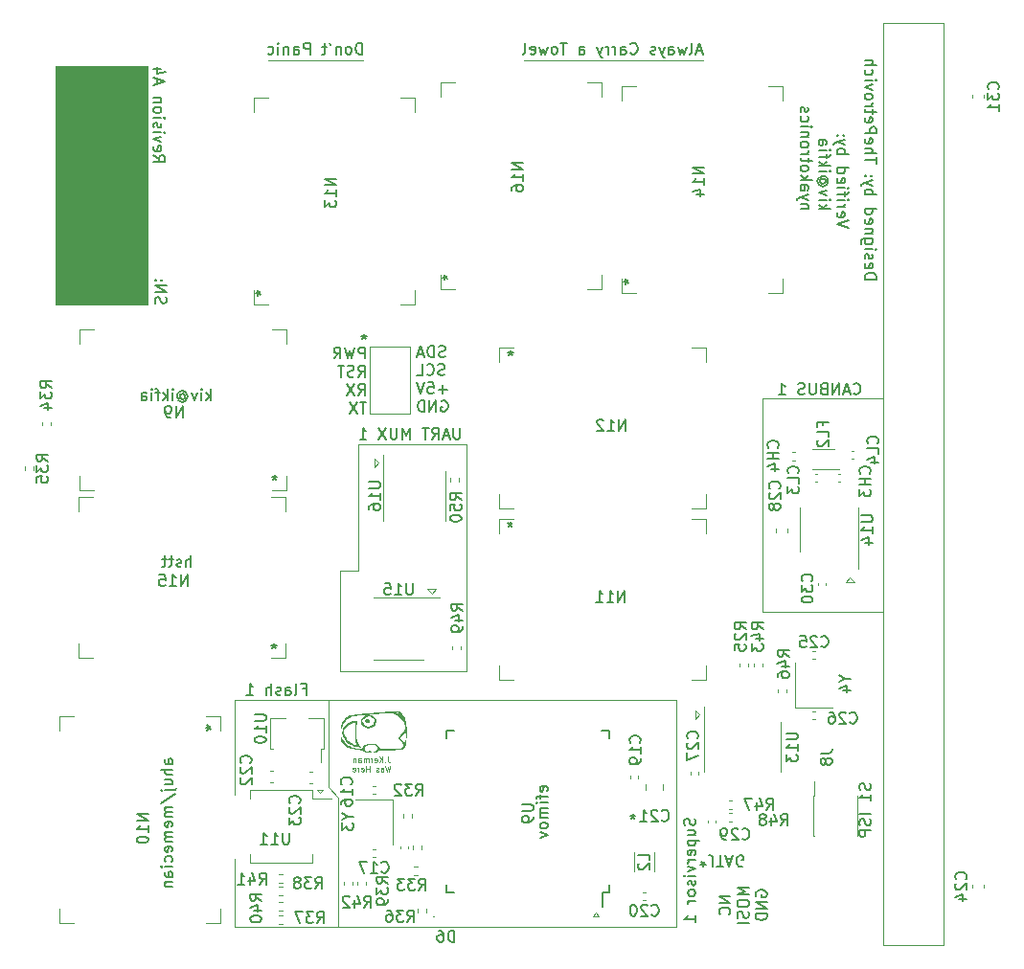
<source format=gbr>
%TF.GenerationSoftware,KiCad,Pcbnew,(6.0.0)*%
%TF.CreationDate,2022-01-29T18:53:07+09:00*%
%TF.ProjectId,ykts-payload,796b7473-2d70-4617-996c-6f61642e6b69,A4*%
%TF.SameCoordinates,Original*%
%TF.FileFunction,Legend,Bot*%
%TF.FilePolarity,Positive*%
%FSLAX46Y46*%
G04 Gerber Fmt 4.6, Leading zero omitted, Abs format (unit mm)*
G04 Created by KiCad (PCBNEW (6.0.0)) date 2022-01-29 18:53:07*
%MOMM*%
%LPD*%
G01*
G04 APERTURE LIST*
%ADD10C,0.120000*%
%ADD11C,0.150000*%
%ADD12C,0.125000*%
%ADD13C,0.100000*%
G04 APERTURE END LIST*
D10*
X121158000Y-131191000D02*
X120650000Y-131191000D01*
X120904000Y-131445000D02*
X121158000Y-131191000D01*
X120650000Y-131191000D02*
X120904000Y-131445000D01*
X113411000Y-137287000D02*
X113411000Y-142748000D01*
X113411000Y-142748000D02*
X113411000Y-143256000D01*
X128905000Y-97917000D02*
X128905000Y-91948000D01*
X170688000Y-144907000D02*
X172085000Y-144907000D01*
X133858000Y-100584000D02*
X124333000Y-100584000D01*
X125349000Y-97917000D02*
X128905000Y-97917000D01*
X176022000Y-144907000D02*
X176022000Y-63373000D01*
X124333000Y-111760000D02*
X122682000Y-111760000D01*
X154114500Y-124904500D02*
X154495500Y-124523500D01*
X145034000Y-142367000D02*
X145542000Y-142367000D01*
X167386000Y-112776000D02*
X168148000Y-112776000D01*
X122682000Y-111760000D02*
X122682000Y-119634000D01*
X131191000Y-113411000D02*
X130429000Y-113411000D01*
X170688000Y-143510000D02*
X170688000Y-144907000D01*
X125349000Y-91948000D02*
X125349000Y-97917000D01*
X122555000Y-143256000D02*
X113411000Y-143256000D01*
X116332000Y-66675000D02*
X124714000Y-66675000D01*
X154114500Y-124142500D02*
X154114500Y-124904500D01*
X126111000Y-102235000D02*
X125730000Y-101854000D01*
X124333000Y-100584000D02*
X124333000Y-111760000D01*
X133858000Y-120650000D02*
X133858000Y-100584000D01*
X172085000Y-144907000D02*
X176022000Y-144907000D01*
X167767000Y-112395000D02*
X167386000Y-112776000D01*
X97536000Y-67183000D02*
X105664000Y-67183000D01*
X105664000Y-67183000D02*
X105664000Y-88265000D01*
X105664000Y-88265000D02*
X97536000Y-88265000D01*
X97536000Y-88265000D02*
X97536000Y-67183000D01*
G36*
X97536000Y-67183000D02*
G01*
X105664000Y-67183000D01*
X105664000Y-88265000D01*
X97536000Y-88265000D01*
X97536000Y-67183000D01*
G37*
X122682000Y-120650000D02*
X122809000Y-120650000D01*
X122682000Y-119634000D02*
X122682000Y-120650000D01*
X176022000Y-63373000D02*
X170688000Y-63373000D01*
X121666000Y-123190000D02*
X113411000Y-123190000D01*
X138938000Y-66675000D02*
X154813000Y-66675000D01*
X128905000Y-91948000D02*
X125349000Y-91948000D01*
X170688000Y-115443000D02*
X160020000Y-115443000D01*
X160020000Y-115443000D02*
X160020000Y-96520000D01*
X160020000Y-96520000D02*
X170688000Y-96520000D01*
X170688000Y-96520000D02*
X170688000Y-115443000D01*
X154495500Y-124523500D02*
X154114500Y-124142500D01*
X168148000Y-112776000D02*
X167767000Y-112395000D01*
X126111000Y-102235000D02*
X125730000Y-102616000D01*
X122809000Y-120650000D02*
X133858000Y-120650000D01*
X125730000Y-102616000D02*
X125730000Y-101854000D01*
X145542000Y-142367000D02*
X145288000Y-141986000D01*
X145288000Y-141986000D02*
X145034000Y-142367000D01*
X130429000Y-113411000D02*
X130810000Y-113792000D01*
X113411000Y-123190000D02*
X113411000Y-131572000D01*
X152400000Y-143256000D02*
X122555000Y-143256000D01*
X122555000Y-143256000D02*
X122555000Y-131826000D01*
X122555000Y-131826000D02*
X121666000Y-130937000D01*
X121666000Y-130937000D02*
X121666000Y-123190000D01*
X121666000Y-123190000D02*
X152400000Y-123190000D01*
X152400000Y-123190000D02*
X152400000Y-143256000D01*
X170688000Y-63373000D02*
X170688000Y-143510000D01*
X130810000Y-113792000D02*
X131191000Y-113411000D01*
D11*
X133309761Y-99147380D02*
X133309761Y-99956904D01*
X133262142Y-100052142D01*
X133214523Y-100099761D01*
X133119285Y-100147380D01*
X132928809Y-100147380D01*
X132833571Y-100099761D01*
X132785952Y-100052142D01*
X132738333Y-99956904D01*
X132738333Y-99147380D01*
X132309761Y-99861666D02*
X131833571Y-99861666D01*
X132405000Y-100147380D02*
X132071666Y-99147380D01*
X131738333Y-100147380D01*
X130833571Y-100147380D02*
X131166904Y-99671190D01*
X131405000Y-100147380D02*
X131405000Y-99147380D01*
X131024047Y-99147380D01*
X130928809Y-99195000D01*
X130881190Y-99242619D01*
X130833571Y-99337857D01*
X130833571Y-99480714D01*
X130881190Y-99575952D01*
X130928809Y-99623571D01*
X131024047Y-99671190D01*
X131405000Y-99671190D01*
X130547857Y-99147380D02*
X129976428Y-99147380D01*
X130262142Y-100147380D02*
X130262142Y-99147380D01*
X128881190Y-100147380D02*
X128881190Y-99147380D01*
X128547857Y-99861666D01*
X128214523Y-99147380D01*
X128214523Y-100147380D01*
X127738333Y-99147380D02*
X127738333Y-99956904D01*
X127690714Y-100052142D01*
X127643095Y-100099761D01*
X127547857Y-100147380D01*
X127357380Y-100147380D01*
X127262142Y-100099761D01*
X127214523Y-100052142D01*
X127166904Y-99956904D01*
X127166904Y-99147380D01*
X126785952Y-99147380D02*
X126119285Y-100147380D01*
X126119285Y-99147380D02*
X126785952Y-100147380D01*
X124452619Y-100147380D02*
X125024047Y-100147380D01*
X124738333Y-100147380D02*
X124738333Y-99147380D01*
X124833571Y-99290238D01*
X124928809Y-99385476D01*
X125024047Y-99433095D01*
X106402238Y-88169619D02*
X106354619Y-88026761D01*
X106354619Y-87788666D01*
X106402238Y-87693428D01*
X106449857Y-87645809D01*
X106545095Y-87598190D01*
X106640333Y-87598190D01*
X106735571Y-87645809D01*
X106783190Y-87693428D01*
X106830809Y-87788666D01*
X106878428Y-87979142D01*
X106926047Y-88074380D01*
X106973666Y-88122000D01*
X107068904Y-88169619D01*
X107164142Y-88169619D01*
X107259380Y-88122000D01*
X107307000Y-88074380D01*
X107354619Y-87979142D01*
X107354619Y-87741047D01*
X107307000Y-87598190D01*
X106354619Y-87169619D02*
X107354619Y-87169619D01*
X106354619Y-86598190D01*
X107354619Y-86598190D01*
X106449857Y-86122000D02*
X106402238Y-86074380D01*
X106354619Y-86122000D01*
X106402238Y-86169619D01*
X106449857Y-86122000D01*
X106354619Y-86122000D01*
X106973666Y-86122000D02*
X106926047Y-86074380D01*
X106878428Y-86122000D01*
X106926047Y-86169619D01*
X106973666Y-86122000D01*
X106878428Y-86122000D01*
X107894380Y-128897714D02*
X107370571Y-128897714D01*
X107275333Y-128850095D01*
X107227714Y-128754857D01*
X107227714Y-128564380D01*
X107275333Y-128469142D01*
X107846761Y-128897714D02*
X107894380Y-128802476D01*
X107894380Y-128564380D01*
X107846761Y-128469142D01*
X107751523Y-128421523D01*
X107656285Y-128421523D01*
X107561047Y-128469142D01*
X107513428Y-128564380D01*
X107513428Y-128802476D01*
X107465809Y-128897714D01*
X107894380Y-129373904D02*
X106894380Y-129373904D01*
X107894380Y-129802476D02*
X107370571Y-129802476D01*
X107275333Y-129754857D01*
X107227714Y-129659619D01*
X107227714Y-129516761D01*
X107275333Y-129421523D01*
X107322952Y-129373904D01*
X107227714Y-130707238D02*
X107894380Y-130707238D01*
X107227714Y-130278666D02*
X107751523Y-130278666D01*
X107846761Y-130326285D01*
X107894380Y-130421523D01*
X107894380Y-130564380D01*
X107846761Y-130659619D01*
X107799142Y-130707238D01*
X107227714Y-131183428D02*
X108084857Y-131183428D01*
X108180095Y-131135809D01*
X108227714Y-131040571D01*
X108227714Y-130992952D01*
X106894380Y-131183428D02*
X106942000Y-131135809D01*
X106989619Y-131183428D01*
X106942000Y-131231047D01*
X106894380Y-131183428D01*
X106989619Y-131183428D01*
X106846761Y-132373904D02*
X108132476Y-131516761D01*
X107894380Y-132707238D02*
X107227714Y-132707238D01*
X107322952Y-132707238D02*
X107275333Y-132754857D01*
X107227714Y-132850095D01*
X107227714Y-132992952D01*
X107275333Y-133088190D01*
X107370571Y-133135809D01*
X107894380Y-133135809D01*
X107370571Y-133135809D02*
X107275333Y-133183428D01*
X107227714Y-133278666D01*
X107227714Y-133421523D01*
X107275333Y-133516761D01*
X107370571Y-133564380D01*
X107894380Y-133564380D01*
X107846761Y-134421523D02*
X107894380Y-134326285D01*
X107894380Y-134135809D01*
X107846761Y-134040571D01*
X107751523Y-133992952D01*
X107370571Y-133992952D01*
X107275333Y-134040571D01*
X107227714Y-134135809D01*
X107227714Y-134326285D01*
X107275333Y-134421523D01*
X107370571Y-134469142D01*
X107465809Y-134469142D01*
X107561047Y-133992952D01*
X107894380Y-134897714D02*
X107227714Y-134897714D01*
X107322952Y-134897714D02*
X107275333Y-134945333D01*
X107227714Y-135040571D01*
X107227714Y-135183428D01*
X107275333Y-135278666D01*
X107370571Y-135326285D01*
X107894380Y-135326285D01*
X107370571Y-135326285D02*
X107275333Y-135373904D01*
X107227714Y-135469142D01*
X107227714Y-135612000D01*
X107275333Y-135707238D01*
X107370571Y-135754857D01*
X107894380Y-135754857D01*
X107846761Y-136612000D02*
X107894380Y-136516761D01*
X107894380Y-136326285D01*
X107846761Y-136231047D01*
X107751523Y-136183428D01*
X107370571Y-136183428D01*
X107275333Y-136231047D01*
X107227714Y-136326285D01*
X107227714Y-136516761D01*
X107275333Y-136612000D01*
X107370571Y-136659619D01*
X107465809Y-136659619D01*
X107561047Y-136183428D01*
X107846761Y-137516761D02*
X107894380Y-137421523D01*
X107894380Y-137231047D01*
X107846761Y-137135809D01*
X107799142Y-137088190D01*
X107703904Y-137040571D01*
X107418190Y-137040571D01*
X107322952Y-137088190D01*
X107275333Y-137135809D01*
X107227714Y-137231047D01*
X107227714Y-137421523D01*
X107275333Y-137516761D01*
X107894380Y-137945333D02*
X107227714Y-137945333D01*
X106894380Y-137945333D02*
X106942000Y-137897714D01*
X106989619Y-137945333D01*
X106942000Y-137992952D01*
X106894380Y-137945333D01*
X106989619Y-137945333D01*
X107894380Y-138850095D02*
X107370571Y-138850095D01*
X107275333Y-138802476D01*
X107227714Y-138707238D01*
X107227714Y-138516761D01*
X107275333Y-138421523D01*
X107846761Y-138850095D02*
X107894380Y-138754857D01*
X107894380Y-138516761D01*
X107846761Y-138421523D01*
X107751523Y-138373904D01*
X107656285Y-138373904D01*
X107561047Y-138421523D01*
X107513428Y-138516761D01*
X107513428Y-138754857D01*
X107465809Y-138850095D01*
X107227714Y-139326285D02*
X107894380Y-139326285D01*
X107322952Y-139326285D02*
X107275333Y-139373904D01*
X107227714Y-139469142D01*
X107227714Y-139612000D01*
X107275333Y-139707238D01*
X107370571Y-139754857D01*
X107894380Y-139754857D01*
X132002547Y-92858761D02*
X131859690Y-92906380D01*
X131621595Y-92906380D01*
X131526357Y-92858761D01*
X131478738Y-92811142D01*
X131431119Y-92715904D01*
X131431119Y-92620666D01*
X131478738Y-92525428D01*
X131526357Y-92477809D01*
X131621595Y-92430190D01*
X131812071Y-92382571D01*
X131907309Y-92334952D01*
X131954928Y-92287333D01*
X132002547Y-92192095D01*
X132002547Y-92096857D01*
X131954928Y-92001619D01*
X131907309Y-91954000D01*
X131812071Y-91906380D01*
X131573976Y-91906380D01*
X131431119Y-91954000D01*
X131002547Y-92906380D02*
X131002547Y-91906380D01*
X130764452Y-91906380D01*
X130621595Y-91954000D01*
X130526357Y-92049238D01*
X130478738Y-92144476D01*
X130431119Y-92334952D01*
X130431119Y-92477809D01*
X130478738Y-92668285D01*
X130526357Y-92763523D01*
X130621595Y-92858761D01*
X130764452Y-92906380D01*
X131002547Y-92906380D01*
X130050166Y-92620666D02*
X129573976Y-92620666D01*
X130145404Y-92906380D02*
X129812071Y-91906380D01*
X129478738Y-92906380D01*
X131954928Y-94468761D02*
X131812071Y-94516380D01*
X131573976Y-94516380D01*
X131478738Y-94468761D01*
X131431119Y-94421142D01*
X131383500Y-94325904D01*
X131383500Y-94230666D01*
X131431119Y-94135428D01*
X131478738Y-94087809D01*
X131573976Y-94040190D01*
X131764452Y-93992571D01*
X131859690Y-93944952D01*
X131907309Y-93897333D01*
X131954928Y-93802095D01*
X131954928Y-93706857D01*
X131907309Y-93611619D01*
X131859690Y-93564000D01*
X131764452Y-93516380D01*
X131526357Y-93516380D01*
X131383500Y-93564000D01*
X130383500Y-94421142D02*
X130431119Y-94468761D01*
X130573976Y-94516380D01*
X130669214Y-94516380D01*
X130812071Y-94468761D01*
X130907309Y-94373523D01*
X130954928Y-94278285D01*
X131002547Y-94087809D01*
X131002547Y-93944952D01*
X130954928Y-93754476D01*
X130907309Y-93659238D01*
X130812071Y-93564000D01*
X130669214Y-93516380D01*
X130573976Y-93516380D01*
X130431119Y-93564000D01*
X130383500Y-93611619D01*
X129478738Y-94516380D02*
X129954928Y-94516380D01*
X129954928Y-93516380D01*
X132193023Y-95745428D02*
X131431119Y-95745428D01*
X131812071Y-96126380D02*
X131812071Y-95364476D01*
X130478738Y-95126380D02*
X130954928Y-95126380D01*
X131002547Y-95602571D01*
X130954928Y-95554952D01*
X130859690Y-95507333D01*
X130621595Y-95507333D01*
X130526357Y-95554952D01*
X130478738Y-95602571D01*
X130431119Y-95697809D01*
X130431119Y-95935904D01*
X130478738Y-96031142D01*
X130526357Y-96078761D01*
X130621595Y-96126380D01*
X130859690Y-96126380D01*
X130954928Y-96078761D01*
X131002547Y-96031142D01*
X130145404Y-95126380D02*
X129812071Y-96126380D01*
X129478738Y-95126380D01*
X131669214Y-96784000D02*
X131764452Y-96736380D01*
X131907309Y-96736380D01*
X132050166Y-96784000D01*
X132145404Y-96879238D01*
X132193023Y-96974476D01*
X132240642Y-97164952D01*
X132240642Y-97307809D01*
X132193023Y-97498285D01*
X132145404Y-97593523D01*
X132050166Y-97688761D01*
X131907309Y-97736380D01*
X131812071Y-97736380D01*
X131669214Y-97688761D01*
X131621595Y-97641142D01*
X131621595Y-97307809D01*
X131812071Y-97307809D01*
X131193023Y-97736380D02*
X131193023Y-96736380D01*
X130621595Y-97736380D01*
X130621595Y-96736380D01*
X130145404Y-97736380D02*
X130145404Y-96736380D01*
X129907309Y-96736380D01*
X129764452Y-96784000D01*
X129669214Y-96879238D01*
X129621595Y-96974476D01*
X129573976Y-97164952D01*
X129573976Y-97307809D01*
X129621595Y-97498285D01*
X129669214Y-97593523D01*
X129764452Y-97688761D01*
X129907309Y-97736380D01*
X130145404Y-97736380D01*
X111251619Y-96718380D02*
X111251619Y-95718380D01*
X111156380Y-96337428D02*
X110870666Y-96718380D01*
X110870666Y-96051714D02*
X111251619Y-96432666D01*
X110442095Y-96718380D02*
X110442095Y-96051714D01*
X110442095Y-95718380D02*
X110489714Y-95766000D01*
X110442095Y-95813619D01*
X110394476Y-95766000D01*
X110442095Y-95718380D01*
X110442095Y-95813619D01*
X110061142Y-96051714D02*
X109823047Y-96718380D01*
X109584952Y-96051714D01*
X108584952Y-96242190D02*
X108632571Y-96194571D01*
X108727809Y-96146952D01*
X108823047Y-96146952D01*
X108918285Y-96194571D01*
X108965904Y-96242190D01*
X109013523Y-96337428D01*
X109013523Y-96432666D01*
X108965904Y-96527904D01*
X108918285Y-96575523D01*
X108823047Y-96623142D01*
X108727809Y-96623142D01*
X108632571Y-96575523D01*
X108584952Y-96527904D01*
X108584952Y-96146952D02*
X108584952Y-96527904D01*
X108537333Y-96575523D01*
X108489714Y-96575523D01*
X108394476Y-96527904D01*
X108346857Y-96432666D01*
X108346857Y-96194571D01*
X108442095Y-96051714D01*
X108584952Y-95956476D01*
X108775428Y-95908857D01*
X108965904Y-95956476D01*
X109108761Y-96051714D01*
X109204000Y-96194571D01*
X109251619Y-96385047D01*
X109204000Y-96575523D01*
X109108761Y-96718380D01*
X108965904Y-96813619D01*
X108775428Y-96861238D01*
X108584952Y-96813619D01*
X108442095Y-96718380D01*
X107918285Y-96718380D02*
X107918285Y-96051714D01*
X107918285Y-95718380D02*
X107965904Y-95766000D01*
X107918285Y-95813619D01*
X107870666Y-95766000D01*
X107918285Y-95718380D01*
X107918285Y-95813619D01*
X107442095Y-96718380D02*
X107442095Y-95718380D01*
X107346857Y-96337428D02*
X107061142Y-96718380D01*
X107061142Y-96051714D02*
X107442095Y-96432666D01*
X106775428Y-96051714D02*
X106394476Y-96051714D01*
X106632571Y-96718380D02*
X106632571Y-95861238D01*
X106584952Y-95766000D01*
X106489714Y-95718380D01*
X106394476Y-95718380D01*
X106061142Y-96718380D02*
X106061142Y-96051714D01*
X106061142Y-95718380D02*
X106108761Y-95766000D01*
X106061142Y-95813619D01*
X106013523Y-95766000D01*
X106061142Y-95718380D01*
X106061142Y-95813619D01*
X105156380Y-96718380D02*
X105156380Y-96194571D01*
X105204000Y-96099333D01*
X105299238Y-96051714D01*
X105489714Y-96051714D01*
X105584952Y-96099333D01*
X105156380Y-96670761D02*
X105251619Y-96718380D01*
X105489714Y-96718380D01*
X105584952Y-96670761D01*
X105632571Y-96575523D01*
X105632571Y-96480285D01*
X105584952Y-96385047D01*
X105489714Y-96337428D01*
X105251619Y-96337428D01*
X105156380Y-96289809D01*
X167638619Y-81468261D02*
X166638619Y-81134928D01*
X167638619Y-80801595D01*
X166686238Y-80087309D02*
X166638619Y-80182547D01*
X166638619Y-80373023D01*
X166686238Y-80468261D01*
X166781476Y-80515880D01*
X167162428Y-80515880D01*
X167257666Y-80468261D01*
X167305285Y-80373023D01*
X167305285Y-80182547D01*
X167257666Y-80087309D01*
X167162428Y-80039690D01*
X167067190Y-80039690D01*
X166971952Y-80515880D01*
X166638619Y-79611119D02*
X167305285Y-79611119D01*
X167114809Y-79611119D02*
X167210047Y-79563500D01*
X167257666Y-79515880D01*
X167305285Y-79420642D01*
X167305285Y-79325404D01*
X166638619Y-78992071D02*
X167305285Y-78992071D01*
X167638619Y-78992071D02*
X167591000Y-79039690D01*
X167543380Y-78992071D01*
X167591000Y-78944452D01*
X167638619Y-78992071D01*
X167543380Y-78992071D01*
X167305285Y-78658738D02*
X167305285Y-78277785D01*
X166638619Y-78515880D02*
X167495761Y-78515880D01*
X167591000Y-78468261D01*
X167638619Y-78373023D01*
X167638619Y-78277785D01*
X166638619Y-77944452D02*
X167305285Y-77944452D01*
X167638619Y-77944452D02*
X167591000Y-77992071D01*
X167543380Y-77944452D01*
X167591000Y-77896833D01*
X167638619Y-77944452D01*
X167543380Y-77944452D01*
X166686238Y-77087309D02*
X166638619Y-77182547D01*
X166638619Y-77373023D01*
X166686238Y-77468261D01*
X166781476Y-77515880D01*
X167162428Y-77515880D01*
X167257666Y-77468261D01*
X167305285Y-77373023D01*
X167305285Y-77182547D01*
X167257666Y-77087309D01*
X167162428Y-77039690D01*
X167067190Y-77039690D01*
X166971952Y-77515880D01*
X166638619Y-76182547D02*
X167638619Y-76182547D01*
X166686238Y-76182547D02*
X166638619Y-76277785D01*
X166638619Y-76468261D01*
X166686238Y-76563500D01*
X166733857Y-76611119D01*
X166829095Y-76658738D01*
X167114809Y-76658738D01*
X167210047Y-76611119D01*
X167257666Y-76563500D01*
X167305285Y-76468261D01*
X167305285Y-76277785D01*
X167257666Y-76182547D01*
X166638619Y-74944452D02*
X167638619Y-74944452D01*
X167257666Y-74944452D02*
X167305285Y-74849214D01*
X167305285Y-74658738D01*
X167257666Y-74563500D01*
X167210047Y-74515880D01*
X167114809Y-74468261D01*
X166829095Y-74468261D01*
X166733857Y-74515880D01*
X166686238Y-74563500D01*
X166638619Y-74658738D01*
X166638619Y-74849214D01*
X166686238Y-74944452D01*
X167305285Y-74134928D02*
X166638619Y-73896833D01*
X167305285Y-73658738D02*
X166638619Y-73896833D01*
X166400523Y-73992071D01*
X166352904Y-74039690D01*
X166305285Y-74134928D01*
X166733857Y-73277785D02*
X166686238Y-73230166D01*
X166638619Y-73277785D01*
X166686238Y-73325404D01*
X166733857Y-73277785D01*
X166638619Y-73277785D01*
X167257666Y-73277785D02*
X167210047Y-73230166D01*
X167162428Y-73277785D01*
X167210047Y-73325404D01*
X167257666Y-73277785D01*
X167162428Y-73277785D01*
X165028619Y-79801595D02*
X166028619Y-79801595D01*
X165409571Y-79706357D02*
X165028619Y-79420642D01*
X165695285Y-79420642D02*
X165314333Y-79801595D01*
X165028619Y-78992071D02*
X165695285Y-78992071D01*
X166028619Y-78992071D02*
X165981000Y-79039690D01*
X165933380Y-78992071D01*
X165981000Y-78944452D01*
X166028619Y-78992071D01*
X165933380Y-78992071D01*
X165695285Y-78611119D02*
X165028619Y-78373023D01*
X165695285Y-78134928D01*
X165504809Y-77134928D02*
X165552428Y-77182547D01*
X165600047Y-77277785D01*
X165600047Y-77373023D01*
X165552428Y-77468261D01*
X165504809Y-77515880D01*
X165409571Y-77563500D01*
X165314333Y-77563500D01*
X165219095Y-77515880D01*
X165171476Y-77468261D01*
X165123857Y-77373023D01*
X165123857Y-77277785D01*
X165171476Y-77182547D01*
X165219095Y-77134928D01*
X165600047Y-77134928D02*
X165219095Y-77134928D01*
X165171476Y-77087309D01*
X165171476Y-77039690D01*
X165219095Y-76944452D01*
X165314333Y-76896833D01*
X165552428Y-76896833D01*
X165695285Y-76992071D01*
X165790523Y-77134928D01*
X165838142Y-77325404D01*
X165790523Y-77515880D01*
X165695285Y-77658738D01*
X165552428Y-77753976D01*
X165361952Y-77801595D01*
X165171476Y-77753976D01*
X165028619Y-77658738D01*
X164933380Y-77515880D01*
X164885761Y-77325404D01*
X164933380Y-77134928D01*
X165028619Y-76992071D01*
X165028619Y-76468261D02*
X165695285Y-76468261D01*
X166028619Y-76468261D02*
X165981000Y-76515880D01*
X165933380Y-76468261D01*
X165981000Y-76420642D01*
X166028619Y-76468261D01*
X165933380Y-76468261D01*
X165028619Y-75992071D02*
X166028619Y-75992071D01*
X165409571Y-75896833D02*
X165028619Y-75611119D01*
X165695285Y-75611119D02*
X165314333Y-75992071D01*
X165695285Y-75325404D02*
X165695285Y-74944452D01*
X165028619Y-75182547D02*
X165885761Y-75182547D01*
X165981000Y-75134928D01*
X166028619Y-75039690D01*
X166028619Y-74944452D01*
X165028619Y-74611119D02*
X165695285Y-74611119D01*
X166028619Y-74611119D02*
X165981000Y-74658738D01*
X165933380Y-74611119D01*
X165981000Y-74563500D01*
X166028619Y-74611119D01*
X165933380Y-74611119D01*
X165028619Y-73706357D02*
X165552428Y-73706357D01*
X165647666Y-73753976D01*
X165695285Y-73849214D01*
X165695285Y-74039690D01*
X165647666Y-74134928D01*
X165076238Y-73706357D02*
X165028619Y-73801595D01*
X165028619Y-74039690D01*
X165076238Y-74134928D01*
X165171476Y-74182547D01*
X165266714Y-74182547D01*
X165361952Y-74134928D01*
X165409571Y-74039690D01*
X165409571Y-73801595D01*
X165457190Y-73706357D01*
X164085285Y-79801595D02*
X163418619Y-79801595D01*
X163990047Y-79801595D02*
X164037666Y-79753976D01*
X164085285Y-79658738D01*
X164085285Y-79515880D01*
X164037666Y-79420642D01*
X163942428Y-79373023D01*
X163418619Y-79373023D01*
X164085285Y-78992071D02*
X163418619Y-78753976D01*
X164085285Y-78515880D02*
X163418619Y-78753976D01*
X163180523Y-78849214D01*
X163132904Y-78896833D01*
X163085285Y-78992071D01*
X163418619Y-77706357D02*
X163942428Y-77706357D01*
X164037666Y-77753976D01*
X164085285Y-77849214D01*
X164085285Y-78039690D01*
X164037666Y-78134928D01*
X163466238Y-77706357D02*
X163418619Y-77801595D01*
X163418619Y-78039690D01*
X163466238Y-78134928D01*
X163561476Y-78182547D01*
X163656714Y-78182547D01*
X163751952Y-78134928D01*
X163799571Y-78039690D01*
X163799571Y-77801595D01*
X163847190Y-77706357D01*
X163418619Y-77230166D02*
X164418619Y-77230166D01*
X163799571Y-77134928D02*
X163418619Y-76849214D01*
X164085285Y-76849214D02*
X163704333Y-77230166D01*
X163418619Y-76277785D02*
X163466238Y-76373023D01*
X163513857Y-76420642D01*
X163609095Y-76468261D01*
X163894809Y-76468261D01*
X163990047Y-76420642D01*
X164037666Y-76373023D01*
X164085285Y-76277785D01*
X164085285Y-76134928D01*
X164037666Y-76039690D01*
X163990047Y-75992071D01*
X163894809Y-75944452D01*
X163609095Y-75944452D01*
X163513857Y-75992071D01*
X163466238Y-76039690D01*
X163418619Y-76134928D01*
X163418619Y-76277785D01*
X164085285Y-75658738D02*
X164085285Y-75277785D01*
X164418619Y-75515880D02*
X163561476Y-75515880D01*
X163466238Y-75468261D01*
X163418619Y-75373023D01*
X163418619Y-75277785D01*
X163418619Y-74944452D02*
X164085285Y-74944452D01*
X163894809Y-74944452D02*
X163990047Y-74896833D01*
X164037666Y-74849214D01*
X164085285Y-74753976D01*
X164085285Y-74658738D01*
X163418619Y-74182547D02*
X163466238Y-74277785D01*
X163513857Y-74325404D01*
X163609095Y-74373023D01*
X163894809Y-74373023D01*
X163990047Y-74325404D01*
X164037666Y-74277785D01*
X164085285Y-74182547D01*
X164085285Y-74039690D01*
X164037666Y-73944452D01*
X163990047Y-73896833D01*
X163894809Y-73849214D01*
X163609095Y-73849214D01*
X163513857Y-73896833D01*
X163466238Y-73944452D01*
X163418619Y-74039690D01*
X163418619Y-74182547D01*
X164085285Y-73420642D02*
X163418619Y-73420642D01*
X163990047Y-73420642D02*
X164037666Y-73373023D01*
X164085285Y-73277785D01*
X164085285Y-73134928D01*
X164037666Y-73039690D01*
X163942428Y-72992071D01*
X163418619Y-72992071D01*
X163418619Y-72515880D02*
X164085285Y-72515880D01*
X164418619Y-72515880D02*
X164371000Y-72563500D01*
X164323380Y-72515880D01*
X164371000Y-72468261D01*
X164418619Y-72515880D01*
X164323380Y-72515880D01*
X163466238Y-71611119D02*
X163418619Y-71706357D01*
X163418619Y-71896833D01*
X163466238Y-71992071D01*
X163513857Y-72039690D01*
X163609095Y-72087309D01*
X163894809Y-72087309D01*
X163990047Y-72039690D01*
X164037666Y-71992071D01*
X164085285Y-71896833D01*
X164085285Y-71706357D01*
X164037666Y-71611119D01*
X163466238Y-71230166D02*
X163418619Y-71134928D01*
X163418619Y-70944452D01*
X163466238Y-70849214D01*
X163561476Y-70801595D01*
X163609095Y-70801595D01*
X163704333Y-70849214D01*
X163751952Y-70944452D01*
X163751952Y-71087309D01*
X163799571Y-71182547D01*
X163894809Y-71230166D01*
X163942428Y-71230166D01*
X164037666Y-71182547D01*
X164085285Y-71087309D01*
X164085285Y-70944452D01*
X164037666Y-70849214D01*
X124886404Y-93033380D02*
X124886404Y-92033380D01*
X124505452Y-92033380D01*
X124410214Y-92081000D01*
X124362595Y-92128619D01*
X124314976Y-92223857D01*
X124314976Y-92366714D01*
X124362595Y-92461952D01*
X124410214Y-92509571D01*
X124505452Y-92557190D01*
X124886404Y-92557190D01*
X123981642Y-92033380D02*
X123743547Y-93033380D01*
X123553071Y-92319095D01*
X123362595Y-93033380D01*
X123124500Y-92033380D01*
X122172119Y-93033380D02*
X122505452Y-92557190D01*
X122743547Y-93033380D02*
X122743547Y-92033380D01*
X122362595Y-92033380D01*
X122267357Y-92081000D01*
X122219738Y-92128619D01*
X122172119Y-92223857D01*
X122172119Y-92366714D01*
X122219738Y-92461952D01*
X122267357Y-92509571D01*
X122362595Y-92557190D01*
X122743547Y-92557190D01*
X124314976Y-94643380D02*
X124648309Y-94167190D01*
X124886404Y-94643380D02*
X124886404Y-93643380D01*
X124505452Y-93643380D01*
X124410214Y-93691000D01*
X124362595Y-93738619D01*
X124314976Y-93833857D01*
X124314976Y-93976714D01*
X124362595Y-94071952D01*
X124410214Y-94119571D01*
X124505452Y-94167190D01*
X124886404Y-94167190D01*
X123934023Y-94595761D02*
X123791166Y-94643380D01*
X123553071Y-94643380D01*
X123457833Y-94595761D01*
X123410214Y-94548142D01*
X123362595Y-94452904D01*
X123362595Y-94357666D01*
X123410214Y-94262428D01*
X123457833Y-94214809D01*
X123553071Y-94167190D01*
X123743547Y-94119571D01*
X123838785Y-94071952D01*
X123886404Y-94024333D01*
X123934023Y-93929095D01*
X123934023Y-93833857D01*
X123886404Y-93738619D01*
X123838785Y-93691000D01*
X123743547Y-93643380D01*
X123505452Y-93643380D01*
X123362595Y-93691000D01*
X123076880Y-93643380D02*
X122505452Y-93643380D01*
X122791166Y-94643380D02*
X122791166Y-93643380D01*
X124314976Y-96253380D02*
X124648309Y-95777190D01*
X124886404Y-96253380D02*
X124886404Y-95253380D01*
X124505452Y-95253380D01*
X124410214Y-95301000D01*
X124362595Y-95348619D01*
X124314976Y-95443857D01*
X124314976Y-95586714D01*
X124362595Y-95681952D01*
X124410214Y-95729571D01*
X124505452Y-95777190D01*
X124886404Y-95777190D01*
X123981642Y-95253380D02*
X123314976Y-96253380D01*
X123314976Y-95253380D02*
X123981642Y-96253380D01*
X125029261Y-96863380D02*
X124457833Y-96863380D01*
X124743547Y-97863380D02*
X124743547Y-96863380D01*
X124219738Y-96863380D02*
X123553071Y-97863380D01*
X123553071Y-96863380D02*
X124219738Y-97863380D01*
X154669142Y-65825666D02*
X154192952Y-65825666D01*
X154764380Y-66111380D02*
X154431047Y-65111380D01*
X154097714Y-66111380D01*
X153621523Y-66111380D02*
X153716761Y-66063761D01*
X153764380Y-65968523D01*
X153764380Y-65111380D01*
X153335809Y-65444714D02*
X153145333Y-66111380D01*
X152954857Y-65635190D01*
X152764380Y-66111380D01*
X152573904Y-65444714D01*
X151764380Y-66111380D02*
X151764380Y-65587571D01*
X151812000Y-65492333D01*
X151907238Y-65444714D01*
X152097714Y-65444714D01*
X152192952Y-65492333D01*
X151764380Y-66063761D02*
X151859619Y-66111380D01*
X152097714Y-66111380D01*
X152192952Y-66063761D01*
X152240571Y-65968523D01*
X152240571Y-65873285D01*
X152192952Y-65778047D01*
X152097714Y-65730428D01*
X151859619Y-65730428D01*
X151764380Y-65682809D01*
X151383428Y-65444714D02*
X151145333Y-66111380D01*
X150907238Y-65444714D02*
X151145333Y-66111380D01*
X151240571Y-66349476D01*
X151288190Y-66397095D01*
X151383428Y-66444714D01*
X150573904Y-66063761D02*
X150478666Y-66111380D01*
X150288190Y-66111380D01*
X150192952Y-66063761D01*
X150145333Y-65968523D01*
X150145333Y-65920904D01*
X150192952Y-65825666D01*
X150288190Y-65778047D01*
X150431047Y-65778047D01*
X150526285Y-65730428D01*
X150573904Y-65635190D01*
X150573904Y-65587571D01*
X150526285Y-65492333D01*
X150431047Y-65444714D01*
X150288190Y-65444714D01*
X150192952Y-65492333D01*
X148383428Y-66016142D02*
X148431047Y-66063761D01*
X148573904Y-66111380D01*
X148669142Y-66111380D01*
X148812000Y-66063761D01*
X148907238Y-65968523D01*
X148954857Y-65873285D01*
X149002476Y-65682809D01*
X149002476Y-65539952D01*
X148954857Y-65349476D01*
X148907238Y-65254238D01*
X148812000Y-65159000D01*
X148669142Y-65111380D01*
X148573904Y-65111380D01*
X148431047Y-65159000D01*
X148383428Y-65206619D01*
X147526285Y-66111380D02*
X147526285Y-65587571D01*
X147573904Y-65492333D01*
X147669142Y-65444714D01*
X147859619Y-65444714D01*
X147954857Y-65492333D01*
X147526285Y-66063761D02*
X147621523Y-66111380D01*
X147859619Y-66111380D01*
X147954857Y-66063761D01*
X148002476Y-65968523D01*
X148002476Y-65873285D01*
X147954857Y-65778047D01*
X147859619Y-65730428D01*
X147621523Y-65730428D01*
X147526285Y-65682809D01*
X147050095Y-66111380D02*
X147050095Y-65444714D01*
X147050095Y-65635190D02*
X147002476Y-65539952D01*
X146954857Y-65492333D01*
X146859619Y-65444714D01*
X146764380Y-65444714D01*
X146431047Y-66111380D02*
X146431047Y-65444714D01*
X146431047Y-65635190D02*
X146383428Y-65539952D01*
X146335809Y-65492333D01*
X146240571Y-65444714D01*
X146145333Y-65444714D01*
X145907238Y-65444714D02*
X145669142Y-66111380D01*
X145431047Y-65444714D02*
X145669142Y-66111380D01*
X145764380Y-66349476D01*
X145812000Y-66397095D01*
X145907238Y-66444714D01*
X143859619Y-66111380D02*
X143859619Y-65587571D01*
X143907238Y-65492333D01*
X144002476Y-65444714D01*
X144192952Y-65444714D01*
X144288190Y-65492333D01*
X143859619Y-66063761D02*
X143954857Y-66111380D01*
X144192952Y-66111380D01*
X144288190Y-66063761D01*
X144335809Y-65968523D01*
X144335809Y-65873285D01*
X144288190Y-65778047D01*
X144192952Y-65730428D01*
X143954857Y-65730428D01*
X143859619Y-65682809D01*
X142764380Y-65111380D02*
X142192952Y-65111380D01*
X142478666Y-66111380D02*
X142478666Y-65111380D01*
X141716761Y-66111380D02*
X141812000Y-66063761D01*
X141859619Y-66016142D01*
X141907238Y-65920904D01*
X141907238Y-65635190D01*
X141859619Y-65539952D01*
X141812000Y-65492333D01*
X141716761Y-65444714D01*
X141573904Y-65444714D01*
X141478666Y-65492333D01*
X141431047Y-65539952D01*
X141383428Y-65635190D01*
X141383428Y-65920904D01*
X141431047Y-66016142D01*
X141478666Y-66063761D01*
X141573904Y-66111380D01*
X141716761Y-66111380D01*
X141050095Y-65444714D02*
X140859619Y-66111380D01*
X140669142Y-65635190D01*
X140478666Y-66111380D01*
X140288190Y-65444714D01*
X139526285Y-66063761D02*
X139621523Y-66111380D01*
X139812000Y-66111380D01*
X139907238Y-66063761D01*
X139954857Y-65968523D01*
X139954857Y-65587571D01*
X139907238Y-65492333D01*
X139812000Y-65444714D01*
X139621523Y-65444714D01*
X139526285Y-65492333D01*
X139478666Y-65587571D01*
X139478666Y-65682809D01*
X139954857Y-65778047D01*
X138907238Y-66111380D02*
X139002476Y-66063761D01*
X139050095Y-65968523D01*
X139050095Y-65111380D01*
X106227619Y-75072428D02*
X106703809Y-75405761D01*
X106227619Y-75643857D02*
X107227619Y-75643857D01*
X107227619Y-75262904D01*
X107180000Y-75167666D01*
X107132380Y-75120047D01*
X107037142Y-75072428D01*
X106894285Y-75072428D01*
X106799047Y-75120047D01*
X106751428Y-75167666D01*
X106703809Y-75262904D01*
X106703809Y-75643857D01*
X106275238Y-74262904D02*
X106227619Y-74358142D01*
X106227619Y-74548619D01*
X106275238Y-74643857D01*
X106370476Y-74691476D01*
X106751428Y-74691476D01*
X106846666Y-74643857D01*
X106894285Y-74548619D01*
X106894285Y-74358142D01*
X106846666Y-74262904D01*
X106751428Y-74215285D01*
X106656190Y-74215285D01*
X106560952Y-74691476D01*
X106894285Y-73881952D02*
X106227619Y-73643857D01*
X106894285Y-73405761D01*
X106227619Y-73024809D02*
X106894285Y-73024809D01*
X107227619Y-73024809D02*
X107180000Y-73072428D01*
X107132380Y-73024809D01*
X107180000Y-72977190D01*
X107227619Y-73024809D01*
X107132380Y-73024809D01*
X106275238Y-72596238D02*
X106227619Y-72501000D01*
X106227619Y-72310523D01*
X106275238Y-72215285D01*
X106370476Y-72167666D01*
X106418095Y-72167666D01*
X106513333Y-72215285D01*
X106560952Y-72310523D01*
X106560952Y-72453380D01*
X106608571Y-72548619D01*
X106703809Y-72596238D01*
X106751428Y-72596238D01*
X106846666Y-72548619D01*
X106894285Y-72453380D01*
X106894285Y-72310523D01*
X106846666Y-72215285D01*
X106227619Y-71739095D02*
X106894285Y-71739095D01*
X107227619Y-71739095D02*
X107180000Y-71786714D01*
X107132380Y-71739095D01*
X107180000Y-71691476D01*
X107227619Y-71739095D01*
X107132380Y-71739095D01*
X106227619Y-71120047D02*
X106275238Y-71215285D01*
X106322857Y-71262904D01*
X106418095Y-71310523D01*
X106703809Y-71310523D01*
X106799047Y-71262904D01*
X106846666Y-71215285D01*
X106894285Y-71120047D01*
X106894285Y-70977190D01*
X106846666Y-70881952D01*
X106799047Y-70834333D01*
X106703809Y-70786714D01*
X106418095Y-70786714D01*
X106322857Y-70834333D01*
X106275238Y-70881952D01*
X106227619Y-70977190D01*
X106227619Y-71120047D01*
X106894285Y-70358142D02*
X106227619Y-70358142D01*
X106799047Y-70358142D02*
X106846666Y-70310523D01*
X106894285Y-70215285D01*
X106894285Y-70072428D01*
X106846666Y-69977190D01*
X106751428Y-69929571D01*
X106227619Y-69929571D01*
X106513333Y-68739095D02*
X106513333Y-68262904D01*
X106227619Y-68834333D02*
X107227619Y-68501000D01*
X106227619Y-68167666D01*
X106894285Y-67405761D02*
X106227619Y-67405761D01*
X107275238Y-67643857D02*
X106560952Y-67881952D01*
X106560952Y-67262904D01*
X169568761Y-130611857D02*
X169616380Y-130754714D01*
X169616380Y-130992809D01*
X169568761Y-131088047D01*
X169521142Y-131135666D01*
X169425904Y-131183285D01*
X169330666Y-131183285D01*
X169235428Y-131135666D01*
X169187809Y-131088047D01*
X169140190Y-130992809D01*
X169092571Y-130802333D01*
X169044952Y-130707095D01*
X168997333Y-130659476D01*
X168902095Y-130611857D01*
X168806857Y-130611857D01*
X168711619Y-130659476D01*
X168664000Y-130707095D01*
X168616380Y-130802333D01*
X168616380Y-131040428D01*
X168664000Y-131183285D01*
X169616380Y-132135666D02*
X169616380Y-131564238D01*
X169616380Y-131849952D02*
X168616380Y-131849952D01*
X168759238Y-131754714D01*
X168854476Y-131659476D01*
X168902095Y-131564238D01*
X169616380Y-133326142D02*
X168616380Y-133326142D01*
X169568761Y-133754714D02*
X169616380Y-133897571D01*
X169616380Y-134135666D01*
X169568761Y-134230904D01*
X169521142Y-134278523D01*
X169425904Y-134326142D01*
X169330666Y-134326142D01*
X169235428Y-134278523D01*
X169187809Y-134230904D01*
X169140190Y-134135666D01*
X169092571Y-133945190D01*
X169044952Y-133849952D01*
X168997333Y-133802333D01*
X168902095Y-133754714D01*
X168806857Y-133754714D01*
X168711619Y-133802333D01*
X168664000Y-133849952D01*
X168616380Y-133945190D01*
X168616380Y-134183285D01*
X168664000Y-134326142D01*
X169616380Y-134754714D02*
X168616380Y-134754714D01*
X168616380Y-135135666D01*
X168664000Y-135230904D01*
X168711619Y-135278523D01*
X168806857Y-135326142D01*
X168949714Y-135326142D01*
X169044952Y-135278523D01*
X169092571Y-135230904D01*
X169140190Y-135135666D01*
X169140190Y-134754714D01*
X109521476Y-111450380D02*
X109521476Y-110450380D01*
X109092904Y-111450380D02*
X109092904Y-110926571D01*
X109140523Y-110831333D01*
X109235761Y-110783714D01*
X109378619Y-110783714D01*
X109473857Y-110831333D01*
X109521476Y-110878952D01*
X108664333Y-111402761D02*
X108569095Y-111450380D01*
X108378619Y-111450380D01*
X108283380Y-111402761D01*
X108235761Y-111307523D01*
X108235761Y-111259904D01*
X108283380Y-111164666D01*
X108378619Y-111117047D01*
X108521476Y-111117047D01*
X108616714Y-111069428D01*
X108664333Y-110974190D01*
X108664333Y-110926571D01*
X108616714Y-110831333D01*
X108521476Y-110783714D01*
X108378619Y-110783714D01*
X108283380Y-110831333D01*
X107950047Y-110783714D02*
X107569095Y-110783714D01*
X107807190Y-110450380D02*
X107807190Y-111307523D01*
X107759571Y-111402761D01*
X107664333Y-111450380D01*
X107569095Y-111450380D01*
X107378619Y-110783714D02*
X106997666Y-110783714D01*
X107235761Y-110450380D02*
X107235761Y-111307523D01*
X107188142Y-111402761D01*
X107092904Y-111450380D01*
X106997666Y-111450380D01*
X140993761Y-131262666D02*
X141041380Y-131167428D01*
X141041380Y-130976952D01*
X140993761Y-130881714D01*
X140898523Y-130834095D01*
X140517571Y-130834095D01*
X140422333Y-130881714D01*
X140374714Y-130976952D01*
X140374714Y-131167428D01*
X140422333Y-131262666D01*
X140517571Y-131310285D01*
X140612809Y-131310285D01*
X140708047Y-130834095D01*
X140374714Y-131596000D02*
X140374714Y-131976952D01*
X141041380Y-131738857D02*
X140184238Y-131738857D01*
X140089000Y-131786476D01*
X140041380Y-131881714D01*
X140041380Y-131976952D01*
X141041380Y-132310285D02*
X140374714Y-132310285D01*
X140041380Y-132310285D02*
X140089000Y-132262666D01*
X140136619Y-132310285D01*
X140089000Y-132357904D01*
X140041380Y-132310285D01*
X140136619Y-132310285D01*
X141041380Y-132786476D02*
X140374714Y-132786476D01*
X140469952Y-132786476D02*
X140422333Y-132834095D01*
X140374714Y-132929333D01*
X140374714Y-133072190D01*
X140422333Y-133167428D01*
X140517571Y-133215047D01*
X141041380Y-133215047D01*
X140517571Y-133215047D02*
X140422333Y-133262666D01*
X140374714Y-133357904D01*
X140374714Y-133500761D01*
X140422333Y-133596000D01*
X140517571Y-133643619D01*
X141041380Y-133643619D01*
X141041380Y-134262666D02*
X140993761Y-134167428D01*
X140946142Y-134119809D01*
X140850904Y-134072190D01*
X140565190Y-134072190D01*
X140469952Y-134119809D01*
X140422333Y-134167428D01*
X140374714Y-134262666D01*
X140374714Y-134405523D01*
X140422333Y-134500761D01*
X140469952Y-134548380D01*
X140565190Y-134596000D01*
X140850904Y-134596000D01*
X140946142Y-134548380D01*
X140993761Y-134500761D01*
X141041380Y-134405523D01*
X141041380Y-134262666D01*
X140374714Y-134929333D02*
X141041380Y-135167428D01*
X140374714Y-135405523D01*
X154773523Y-137961619D02*
X154773523Y-137723523D01*
X154535428Y-137818761D02*
X154773523Y-137723523D01*
X155011619Y-137818761D01*
X154630666Y-137533047D02*
X154773523Y-137723523D01*
X154916380Y-137533047D01*
X155678285Y-137961619D02*
X155678285Y-137247333D01*
X155630666Y-137104476D01*
X155535428Y-137009238D01*
X155392571Y-136961619D01*
X155297333Y-136961619D01*
X156011619Y-137961619D02*
X156583047Y-137961619D01*
X156297333Y-136961619D02*
X156297333Y-137961619D01*
X156868761Y-137247333D02*
X157344952Y-137247333D01*
X156773523Y-136961619D02*
X157106857Y-137961619D01*
X157440190Y-136961619D01*
X158297333Y-137914000D02*
X158202095Y-137961619D01*
X158059238Y-137961619D01*
X157916380Y-137914000D01*
X157821142Y-137818761D01*
X157773523Y-137723523D01*
X157725904Y-137533047D01*
X157725904Y-137390190D01*
X157773523Y-137199714D01*
X157821142Y-137104476D01*
X157916380Y-137009238D01*
X158059238Y-136961619D01*
X158154476Y-136961619D01*
X158297333Y-137009238D01*
X158344952Y-137056857D01*
X158344952Y-137390190D01*
X158154476Y-137390190D01*
D12*
X126928380Y-128228690D02*
X126928380Y-128585833D01*
X126952190Y-128657261D01*
X126999809Y-128704880D01*
X127071238Y-128728690D01*
X127118857Y-128728690D01*
X126690285Y-128681071D02*
X126666476Y-128704880D01*
X126690285Y-128728690D01*
X126714095Y-128704880D01*
X126690285Y-128681071D01*
X126690285Y-128728690D01*
X126452190Y-128728690D02*
X126452190Y-128228690D01*
X126166476Y-128728690D02*
X126380761Y-128442976D01*
X126166476Y-128228690D02*
X126452190Y-128514404D01*
X125761714Y-128704880D02*
X125809333Y-128728690D01*
X125904571Y-128728690D01*
X125952190Y-128704880D01*
X125976000Y-128657261D01*
X125976000Y-128466785D01*
X125952190Y-128419166D01*
X125904571Y-128395357D01*
X125809333Y-128395357D01*
X125761714Y-128419166D01*
X125737904Y-128466785D01*
X125737904Y-128514404D01*
X125976000Y-128562023D01*
X125523619Y-128728690D02*
X125523619Y-128395357D01*
X125523619Y-128490595D02*
X125499809Y-128442976D01*
X125476000Y-128419166D01*
X125428380Y-128395357D01*
X125380761Y-128395357D01*
X125214095Y-128728690D02*
X125214095Y-128395357D01*
X125214095Y-128442976D02*
X125190285Y-128419166D01*
X125142666Y-128395357D01*
X125071238Y-128395357D01*
X125023619Y-128419166D01*
X124999809Y-128466785D01*
X124999809Y-128728690D01*
X124999809Y-128466785D02*
X124976000Y-128419166D01*
X124928380Y-128395357D01*
X124856952Y-128395357D01*
X124809333Y-128419166D01*
X124785523Y-128466785D01*
X124785523Y-128728690D01*
X124333142Y-128728690D02*
X124333142Y-128466785D01*
X124356952Y-128419166D01*
X124404571Y-128395357D01*
X124499809Y-128395357D01*
X124547428Y-128419166D01*
X124333142Y-128704880D02*
X124380761Y-128728690D01*
X124499809Y-128728690D01*
X124547428Y-128704880D01*
X124571238Y-128657261D01*
X124571238Y-128609642D01*
X124547428Y-128562023D01*
X124499809Y-128538214D01*
X124380761Y-128538214D01*
X124333142Y-128514404D01*
X124095047Y-128395357D02*
X124095047Y-128728690D01*
X124095047Y-128442976D02*
X124071238Y-128419166D01*
X124023619Y-128395357D01*
X123952190Y-128395357D01*
X123904571Y-128419166D01*
X123880761Y-128466785D01*
X123880761Y-128728690D01*
X127154571Y-129033690D02*
X127035523Y-129533690D01*
X126940285Y-129176547D01*
X126845047Y-129533690D01*
X126726000Y-129033690D01*
X126321238Y-129533690D02*
X126321238Y-129271785D01*
X126345047Y-129224166D01*
X126392666Y-129200357D01*
X126487904Y-129200357D01*
X126535523Y-129224166D01*
X126321238Y-129509880D02*
X126368857Y-129533690D01*
X126487904Y-129533690D01*
X126535523Y-129509880D01*
X126559333Y-129462261D01*
X126559333Y-129414642D01*
X126535523Y-129367023D01*
X126487904Y-129343214D01*
X126368857Y-129343214D01*
X126321238Y-129319404D01*
X126106952Y-129509880D02*
X126059333Y-129533690D01*
X125964095Y-129533690D01*
X125916476Y-129509880D01*
X125892666Y-129462261D01*
X125892666Y-129438452D01*
X125916476Y-129390833D01*
X125964095Y-129367023D01*
X126035523Y-129367023D01*
X126083142Y-129343214D01*
X126106952Y-129295595D01*
X126106952Y-129271785D01*
X126083142Y-129224166D01*
X126035523Y-129200357D01*
X125964095Y-129200357D01*
X125916476Y-129224166D01*
X125297428Y-129533690D02*
X125297428Y-129033690D01*
X125297428Y-129271785D02*
X125011714Y-129271785D01*
X125011714Y-129533690D02*
X125011714Y-129033690D01*
X124583142Y-129509880D02*
X124630761Y-129533690D01*
X124726000Y-129533690D01*
X124773619Y-129509880D01*
X124797428Y-129462261D01*
X124797428Y-129271785D01*
X124773619Y-129224166D01*
X124726000Y-129200357D01*
X124630761Y-129200357D01*
X124583142Y-129224166D01*
X124559333Y-129271785D01*
X124559333Y-129319404D01*
X124797428Y-129367023D01*
X124345047Y-129533690D02*
X124345047Y-129200357D01*
X124345047Y-129295595D02*
X124321238Y-129247976D01*
X124297428Y-129224166D01*
X124249809Y-129200357D01*
X124202190Y-129200357D01*
X123845047Y-129509880D02*
X123892666Y-129533690D01*
X123987904Y-129533690D01*
X124035523Y-129509880D01*
X124059333Y-129462261D01*
X124059333Y-129271785D01*
X124035523Y-129224166D01*
X123987904Y-129200357D01*
X123892666Y-129200357D01*
X123845047Y-129224166D01*
X123821238Y-129271785D01*
X123821238Y-129319404D01*
X124059333Y-129367023D01*
D11*
X124665857Y-66111380D02*
X124665857Y-65111380D01*
X124427761Y-65111380D01*
X124284904Y-65159000D01*
X124189666Y-65254238D01*
X124142047Y-65349476D01*
X124094428Y-65539952D01*
X124094428Y-65682809D01*
X124142047Y-65873285D01*
X124189666Y-65968523D01*
X124284904Y-66063761D01*
X124427761Y-66111380D01*
X124665857Y-66111380D01*
X123523000Y-66111380D02*
X123618238Y-66063761D01*
X123665857Y-66016142D01*
X123713476Y-65920904D01*
X123713476Y-65635190D01*
X123665857Y-65539952D01*
X123618238Y-65492333D01*
X123523000Y-65444714D01*
X123380142Y-65444714D01*
X123284904Y-65492333D01*
X123237285Y-65539952D01*
X123189666Y-65635190D01*
X123189666Y-65920904D01*
X123237285Y-66016142D01*
X123284904Y-66063761D01*
X123380142Y-66111380D01*
X123523000Y-66111380D01*
X122761095Y-65444714D02*
X122761095Y-66111380D01*
X122761095Y-65539952D02*
X122713476Y-65492333D01*
X122618238Y-65444714D01*
X122475380Y-65444714D01*
X122380142Y-65492333D01*
X122332523Y-65587571D01*
X122332523Y-66111380D01*
X121808714Y-65111380D02*
X121903952Y-65301857D01*
X121523000Y-65444714D02*
X121142047Y-65444714D01*
X121380142Y-65111380D02*
X121380142Y-65968523D01*
X121332523Y-66063761D01*
X121237285Y-66111380D01*
X121142047Y-66111380D01*
X120046809Y-66111380D02*
X120046809Y-65111380D01*
X119665857Y-65111380D01*
X119570619Y-65159000D01*
X119523000Y-65206619D01*
X119475380Y-65301857D01*
X119475380Y-65444714D01*
X119523000Y-65539952D01*
X119570619Y-65587571D01*
X119665857Y-65635190D01*
X120046809Y-65635190D01*
X118618238Y-66111380D02*
X118618238Y-65587571D01*
X118665857Y-65492333D01*
X118761095Y-65444714D01*
X118951571Y-65444714D01*
X119046809Y-65492333D01*
X118618238Y-66063761D02*
X118713476Y-66111380D01*
X118951571Y-66111380D01*
X119046809Y-66063761D01*
X119094428Y-65968523D01*
X119094428Y-65873285D01*
X119046809Y-65778047D01*
X118951571Y-65730428D01*
X118713476Y-65730428D01*
X118618238Y-65682809D01*
X118142047Y-65444714D02*
X118142047Y-66111380D01*
X118142047Y-65539952D02*
X118094428Y-65492333D01*
X117999190Y-65444714D01*
X117856333Y-65444714D01*
X117761095Y-65492333D01*
X117713476Y-65587571D01*
X117713476Y-66111380D01*
X117237285Y-66111380D02*
X117237285Y-65444714D01*
X117237285Y-65111380D02*
X117284904Y-65159000D01*
X117237285Y-65206619D01*
X117189666Y-65159000D01*
X117237285Y-65111380D01*
X117237285Y-65206619D01*
X116332523Y-66063761D02*
X116427761Y-66111380D01*
X116618238Y-66111380D01*
X116713476Y-66063761D01*
X116761095Y-66016142D01*
X116808714Y-65920904D01*
X116808714Y-65635190D01*
X116761095Y-65539952D01*
X116713476Y-65492333D01*
X116618238Y-65444714D01*
X116427761Y-65444714D01*
X116332523Y-65492333D01*
X119379714Y-122229571D02*
X119713047Y-122229571D01*
X119713047Y-122753380D02*
X119713047Y-121753380D01*
X119236857Y-121753380D01*
X118713047Y-122753380D02*
X118808285Y-122705761D01*
X118855904Y-122610523D01*
X118855904Y-121753380D01*
X117903523Y-122753380D02*
X117903523Y-122229571D01*
X117951142Y-122134333D01*
X118046380Y-122086714D01*
X118236857Y-122086714D01*
X118332095Y-122134333D01*
X117903523Y-122705761D02*
X117998761Y-122753380D01*
X118236857Y-122753380D01*
X118332095Y-122705761D01*
X118379714Y-122610523D01*
X118379714Y-122515285D01*
X118332095Y-122420047D01*
X118236857Y-122372428D01*
X117998761Y-122372428D01*
X117903523Y-122324809D01*
X117474952Y-122705761D02*
X117379714Y-122753380D01*
X117189238Y-122753380D01*
X117094000Y-122705761D01*
X117046380Y-122610523D01*
X117046380Y-122562904D01*
X117094000Y-122467666D01*
X117189238Y-122420047D01*
X117332095Y-122420047D01*
X117427333Y-122372428D01*
X117474952Y-122277190D01*
X117474952Y-122229571D01*
X117427333Y-122134333D01*
X117332095Y-122086714D01*
X117189238Y-122086714D01*
X117094000Y-122134333D01*
X116617809Y-122753380D02*
X116617809Y-121753380D01*
X116189238Y-122753380D02*
X116189238Y-122229571D01*
X116236857Y-122134333D01*
X116332095Y-122086714D01*
X116474952Y-122086714D01*
X116570190Y-122134333D01*
X116617809Y-122181952D01*
X114427333Y-122753380D02*
X114998761Y-122753380D01*
X114713047Y-122753380D02*
X114713047Y-121753380D01*
X114808285Y-121896238D01*
X114903523Y-121991476D01*
X114998761Y-122039095D01*
X168100000Y-96115142D02*
X168147619Y-96162761D01*
X168290476Y-96210380D01*
X168385714Y-96210380D01*
X168528571Y-96162761D01*
X168623809Y-96067523D01*
X168671428Y-95972285D01*
X168719047Y-95781809D01*
X168719047Y-95638952D01*
X168671428Y-95448476D01*
X168623809Y-95353238D01*
X168528571Y-95258000D01*
X168385714Y-95210380D01*
X168290476Y-95210380D01*
X168147619Y-95258000D01*
X168100000Y-95305619D01*
X167719047Y-95924666D02*
X167242857Y-95924666D01*
X167814285Y-96210380D02*
X167480952Y-95210380D01*
X167147619Y-96210380D01*
X166814285Y-96210380D02*
X166814285Y-95210380D01*
X166242857Y-96210380D01*
X166242857Y-95210380D01*
X165433333Y-95686571D02*
X165290476Y-95734190D01*
X165242857Y-95781809D01*
X165195238Y-95877047D01*
X165195238Y-96019904D01*
X165242857Y-96115142D01*
X165290476Y-96162761D01*
X165385714Y-96210380D01*
X165766666Y-96210380D01*
X165766666Y-95210380D01*
X165433333Y-95210380D01*
X165338095Y-95258000D01*
X165290476Y-95305619D01*
X165242857Y-95400857D01*
X165242857Y-95496095D01*
X165290476Y-95591333D01*
X165338095Y-95638952D01*
X165433333Y-95686571D01*
X165766666Y-95686571D01*
X164766666Y-95210380D02*
X164766666Y-96019904D01*
X164719047Y-96115142D01*
X164671428Y-96162761D01*
X164576190Y-96210380D01*
X164385714Y-96210380D01*
X164290476Y-96162761D01*
X164242857Y-96115142D01*
X164195238Y-96019904D01*
X164195238Y-95210380D01*
X163766666Y-96162761D02*
X163623809Y-96210380D01*
X163385714Y-96210380D01*
X163290476Y-96162761D01*
X163242857Y-96115142D01*
X163195238Y-96019904D01*
X163195238Y-95924666D01*
X163242857Y-95829428D01*
X163290476Y-95781809D01*
X163385714Y-95734190D01*
X163576190Y-95686571D01*
X163671428Y-95638952D01*
X163719047Y-95591333D01*
X163766666Y-95496095D01*
X163766666Y-95400857D01*
X163719047Y-95305619D01*
X163671428Y-95258000D01*
X163576190Y-95210380D01*
X163338095Y-95210380D01*
X163195238Y-95258000D01*
X161480952Y-96210380D02*
X162052380Y-96210380D01*
X161766666Y-96210380D02*
X161766666Y-95210380D01*
X161861904Y-95353238D01*
X161957142Y-95448476D01*
X162052380Y-95496095D01*
X157211380Y-140565285D02*
X156211380Y-140565285D01*
X157211380Y-141136714D01*
X156211380Y-141136714D01*
X157116142Y-142184333D02*
X157163761Y-142136714D01*
X157211380Y-141993857D01*
X157211380Y-141898619D01*
X157163761Y-141755761D01*
X157068523Y-141660523D01*
X156973285Y-141612904D01*
X156782809Y-141565285D01*
X156639952Y-141565285D01*
X156449476Y-141612904D01*
X156354238Y-141660523D01*
X156259000Y-141755761D01*
X156211380Y-141898619D01*
X156211380Y-141993857D01*
X156259000Y-142136714D01*
X156306619Y-142184333D01*
X158821380Y-139779571D02*
X157821380Y-139779571D01*
X158535666Y-140112904D01*
X157821380Y-140446238D01*
X158821380Y-140446238D01*
X157821380Y-141112904D02*
X157821380Y-141303380D01*
X157869000Y-141398619D01*
X157964238Y-141493857D01*
X158154714Y-141541476D01*
X158488047Y-141541476D01*
X158678523Y-141493857D01*
X158773761Y-141398619D01*
X158821380Y-141303380D01*
X158821380Y-141112904D01*
X158773761Y-141017666D01*
X158678523Y-140922428D01*
X158488047Y-140874809D01*
X158154714Y-140874809D01*
X157964238Y-140922428D01*
X157869000Y-141017666D01*
X157821380Y-141112904D01*
X158773761Y-141922428D02*
X158821380Y-142065285D01*
X158821380Y-142303380D01*
X158773761Y-142398619D01*
X158726142Y-142446238D01*
X158630904Y-142493857D01*
X158535666Y-142493857D01*
X158440428Y-142446238D01*
X158392809Y-142398619D01*
X158345190Y-142303380D01*
X158297571Y-142112904D01*
X158249952Y-142017666D01*
X158202333Y-141970047D01*
X158107095Y-141922428D01*
X158011857Y-141922428D01*
X157916619Y-141970047D01*
X157869000Y-142017666D01*
X157821380Y-142112904D01*
X157821380Y-142351000D01*
X157869000Y-142493857D01*
X158821380Y-142922428D02*
X157821380Y-142922428D01*
X159479000Y-140589095D02*
X159431380Y-140493857D01*
X159431380Y-140351000D01*
X159479000Y-140208142D01*
X159574238Y-140112904D01*
X159669476Y-140065285D01*
X159859952Y-140017666D01*
X160002809Y-140017666D01*
X160193285Y-140065285D01*
X160288523Y-140112904D01*
X160383761Y-140208142D01*
X160431380Y-140351000D01*
X160431380Y-140446238D01*
X160383761Y-140589095D01*
X160336142Y-140636714D01*
X160002809Y-140636714D01*
X160002809Y-140446238D01*
X160431380Y-141065285D02*
X159431380Y-141065285D01*
X160431380Y-141636714D01*
X159431380Y-141636714D01*
X160431380Y-142112904D02*
X159431380Y-142112904D01*
X159431380Y-142351000D01*
X159479000Y-142493857D01*
X159574238Y-142589095D01*
X159669476Y-142636714D01*
X159859952Y-142684333D01*
X160002809Y-142684333D01*
X160193285Y-142636714D01*
X160288523Y-142589095D01*
X160383761Y-142493857D01*
X160431380Y-142351000D01*
X160431380Y-142112904D01*
X169092619Y-86017476D02*
X170092619Y-86017476D01*
X170092619Y-85779380D01*
X170045000Y-85636523D01*
X169949761Y-85541285D01*
X169854523Y-85493666D01*
X169664047Y-85446047D01*
X169521190Y-85446047D01*
X169330714Y-85493666D01*
X169235476Y-85541285D01*
X169140238Y-85636523D01*
X169092619Y-85779380D01*
X169092619Y-86017476D01*
X169140238Y-84636523D02*
X169092619Y-84731761D01*
X169092619Y-84922238D01*
X169140238Y-85017476D01*
X169235476Y-85065095D01*
X169616428Y-85065095D01*
X169711666Y-85017476D01*
X169759285Y-84922238D01*
X169759285Y-84731761D01*
X169711666Y-84636523D01*
X169616428Y-84588904D01*
X169521190Y-84588904D01*
X169425952Y-85065095D01*
X169140238Y-84207952D02*
X169092619Y-84112714D01*
X169092619Y-83922238D01*
X169140238Y-83827000D01*
X169235476Y-83779380D01*
X169283095Y-83779380D01*
X169378333Y-83827000D01*
X169425952Y-83922238D01*
X169425952Y-84065095D01*
X169473571Y-84160333D01*
X169568809Y-84207952D01*
X169616428Y-84207952D01*
X169711666Y-84160333D01*
X169759285Y-84065095D01*
X169759285Y-83922238D01*
X169711666Y-83827000D01*
X169092619Y-83350809D02*
X169759285Y-83350809D01*
X170092619Y-83350809D02*
X170045000Y-83398428D01*
X169997380Y-83350809D01*
X170045000Y-83303190D01*
X170092619Y-83350809D01*
X169997380Y-83350809D01*
X169759285Y-82446047D02*
X168949761Y-82446047D01*
X168854523Y-82493666D01*
X168806904Y-82541285D01*
X168759285Y-82636523D01*
X168759285Y-82779380D01*
X168806904Y-82874619D01*
X169140238Y-82446047D02*
X169092619Y-82541285D01*
X169092619Y-82731761D01*
X169140238Y-82827000D01*
X169187857Y-82874619D01*
X169283095Y-82922238D01*
X169568809Y-82922238D01*
X169664047Y-82874619D01*
X169711666Y-82827000D01*
X169759285Y-82731761D01*
X169759285Y-82541285D01*
X169711666Y-82446047D01*
X169759285Y-81969857D02*
X169092619Y-81969857D01*
X169664047Y-81969857D02*
X169711666Y-81922238D01*
X169759285Y-81827000D01*
X169759285Y-81684142D01*
X169711666Y-81588904D01*
X169616428Y-81541285D01*
X169092619Y-81541285D01*
X169140238Y-80684142D02*
X169092619Y-80779380D01*
X169092619Y-80969857D01*
X169140238Y-81065095D01*
X169235476Y-81112714D01*
X169616428Y-81112714D01*
X169711666Y-81065095D01*
X169759285Y-80969857D01*
X169759285Y-80779380D01*
X169711666Y-80684142D01*
X169616428Y-80636523D01*
X169521190Y-80636523D01*
X169425952Y-81112714D01*
X169092619Y-79779380D02*
X170092619Y-79779380D01*
X169140238Y-79779380D02*
X169092619Y-79874619D01*
X169092619Y-80065095D01*
X169140238Y-80160333D01*
X169187857Y-80207952D01*
X169283095Y-80255571D01*
X169568809Y-80255571D01*
X169664047Y-80207952D01*
X169711666Y-80160333D01*
X169759285Y-80065095D01*
X169759285Y-79874619D01*
X169711666Y-79779380D01*
X169092619Y-78541285D02*
X170092619Y-78541285D01*
X169711666Y-78541285D02*
X169759285Y-78446047D01*
X169759285Y-78255571D01*
X169711666Y-78160333D01*
X169664047Y-78112714D01*
X169568809Y-78065095D01*
X169283095Y-78065095D01*
X169187857Y-78112714D01*
X169140238Y-78160333D01*
X169092619Y-78255571D01*
X169092619Y-78446047D01*
X169140238Y-78541285D01*
X169759285Y-77731761D02*
X169092619Y-77493666D01*
X169759285Y-77255571D02*
X169092619Y-77493666D01*
X168854523Y-77588904D01*
X168806904Y-77636523D01*
X168759285Y-77731761D01*
X169187857Y-76874619D02*
X169140238Y-76827000D01*
X169092619Y-76874619D01*
X169140238Y-76922238D01*
X169187857Y-76874619D01*
X169092619Y-76874619D01*
X169711666Y-76874619D02*
X169664047Y-76827000D01*
X169616428Y-76874619D01*
X169664047Y-76922238D01*
X169711666Y-76874619D01*
X169616428Y-76874619D01*
X170092619Y-75779380D02*
X170092619Y-75207952D01*
X169092619Y-75493666D02*
X170092619Y-75493666D01*
X169092619Y-74874619D02*
X170092619Y-74874619D01*
X169092619Y-74446047D02*
X169616428Y-74446047D01*
X169711666Y-74493666D01*
X169759285Y-74588904D01*
X169759285Y-74731761D01*
X169711666Y-74827000D01*
X169664047Y-74874619D01*
X169140238Y-73588904D02*
X169092619Y-73684142D01*
X169092619Y-73874619D01*
X169140238Y-73969857D01*
X169235476Y-74017476D01*
X169616428Y-74017476D01*
X169711666Y-73969857D01*
X169759285Y-73874619D01*
X169759285Y-73684142D01*
X169711666Y-73588904D01*
X169616428Y-73541285D01*
X169521190Y-73541285D01*
X169425952Y-74017476D01*
X169092619Y-73112714D02*
X170092619Y-73112714D01*
X170092619Y-72731761D01*
X170045000Y-72636523D01*
X169997380Y-72588904D01*
X169902142Y-72541285D01*
X169759285Y-72541285D01*
X169664047Y-72588904D01*
X169616428Y-72636523D01*
X169568809Y-72731761D01*
X169568809Y-73112714D01*
X169140238Y-71731761D02*
X169092619Y-71827000D01*
X169092619Y-72017476D01*
X169140238Y-72112714D01*
X169235476Y-72160333D01*
X169616428Y-72160333D01*
X169711666Y-72112714D01*
X169759285Y-72017476D01*
X169759285Y-71827000D01*
X169711666Y-71731761D01*
X169616428Y-71684142D01*
X169521190Y-71684142D01*
X169425952Y-72160333D01*
X169759285Y-71398428D02*
X169759285Y-71017476D01*
X170092619Y-71255571D02*
X169235476Y-71255571D01*
X169140238Y-71207952D01*
X169092619Y-71112714D01*
X169092619Y-71017476D01*
X169092619Y-70684142D02*
X169759285Y-70684142D01*
X169568809Y-70684142D02*
X169664047Y-70636523D01*
X169711666Y-70588904D01*
X169759285Y-70493666D01*
X169759285Y-70398428D01*
X169092619Y-69922238D02*
X169140238Y-70017476D01*
X169187857Y-70065095D01*
X169283095Y-70112714D01*
X169568809Y-70112714D01*
X169664047Y-70065095D01*
X169711666Y-70017476D01*
X169759285Y-69922238D01*
X169759285Y-69779380D01*
X169711666Y-69684142D01*
X169664047Y-69636523D01*
X169568809Y-69588904D01*
X169283095Y-69588904D01*
X169187857Y-69636523D01*
X169140238Y-69684142D01*
X169092619Y-69779380D01*
X169092619Y-69922238D01*
X169759285Y-69255571D02*
X169092619Y-69017476D01*
X169759285Y-68779380D01*
X169092619Y-68398428D02*
X169759285Y-68398428D01*
X170092619Y-68398428D02*
X170045000Y-68446047D01*
X169997380Y-68398428D01*
X170045000Y-68350809D01*
X170092619Y-68398428D01*
X169997380Y-68398428D01*
X169140238Y-67493666D02*
X169092619Y-67588904D01*
X169092619Y-67779380D01*
X169140238Y-67874619D01*
X169187857Y-67922238D01*
X169283095Y-67969857D01*
X169568809Y-67969857D01*
X169664047Y-67922238D01*
X169711666Y-67874619D01*
X169759285Y-67779380D01*
X169759285Y-67588904D01*
X169711666Y-67493666D01*
X169092619Y-67065095D02*
X170092619Y-67065095D01*
X169092619Y-66636523D02*
X169616428Y-66636523D01*
X169711666Y-66684142D01*
X169759285Y-66779380D01*
X169759285Y-66922238D01*
X169711666Y-67017476D01*
X169664047Y-67065095D01*
X148590000Y-133310380D02*
X148590000Y-133548476D01*
X148828095Y-133453238D02*
X148590000Y-133548476D01*
X148351904Y-133453238D01*
X148732857Y-133738952D02*
X148590000Y-133548476D01*
X148447142Y-133738952D01*
X154074761Y-133731571D02*
X154122380Y-133874428D01*
X154122380Y-134112523D01*
X154074761Y-134207761D01*
X154027142Y-134255380D01*
X153931904Y-134303000D01*
X153836666Y-134303000D01*
X153741428Y-134255380D01*
X153693809Y-134207761D01*
X153646190Y-134112523D01*
X153598571Y-133922047D01*
X153550952Y-133826809D01*
X153503333Y-133779190D01*
X153408095Y-133731571D01*
X153312857Y-133731571D01*
X153217619Y-133779190D01*
X153170000Y-133826809D01*
X153122380Y-133922047D01*
X153122380Y-134160142D01*
X153170000Y-134303000D01*
X153455714Y-135160142D02*
X154122380Y-135160142D01*
X153455714Y-134731571D02*
X153979523Y-134731571D01*
X154074761Y-134779190D01*
X154122380Y-134874428D01*
X154122380Y-135017285D01*
X154074761Y-135112523D01*
X154027142Y-135160142D01*
X153455714Y-135636333D02*
X154455714Y-135636333D01*
X153503333Y-135636333D02*
X153455714Y-135731571D01*
X153455714Y-135922047D01*
X153503333Y-136017285D01*
X153550952Y-136064904D01*
X153646190Y-136112523D01*
X153931904Y-136112523D01*
X154027142Y-136064904D01*
X154074761Y-136017285D01*
X154122380Y-135922047D01*
X154122380Y-135731571D01*
X154074761Y-135636333D01*
X154074761Y-136922047D02*
X154122380Y-136826809D01*
X154122380Y-136636333D01*
X154074761Y-136541095D01*
X153979523Y-136493476D01*
X153598571Y-136493476D01*
X153503333Y-136541095D01*
X153455714Y-136636333D01*
X153455714Y-136826809D01*
X153503333Y-136922047D01*
X153598571Y-136969666D01*
X153693809Y-136969666D01*
X153789047Y-136493476D01*
X154122380Y-137398238D02*
X153455714Y-137398238D01*
X153646190Y-137398238D02*
X153550952Y-137445857D01*
X153503333Y-137493476D01*
X153455714Y-137588714D01*
X153455714Y-137683952D01*
X153455714Y-137922047D02*
X154122380Y-138160142D01*
X153455714Y-138398238D01*
X154122380Y-138779190D02*
X153455714Y-138779190D01*
X153122380Y-138779190D02*
X153170000Y-138731571D01*
X153217619Y-138779190D01*
X153170000Y-138826809D01*
X153122380Y-138779190D01*
X153217619Y-138779190D01*
X154074761Y-139207761D02*
X154122380Y-139303000D01*
X154122380Y-139493476D01*
X154074761Y-139588714D01*
X153979523Y-139636333D01*
X153931904Y-139636333D01*
X153836666Y-139588714D01*
X153789047Y-139493476D01*
X153789047Y-139350619D01*
X153741428Y-139255380D01*
X153646190Y-139207761D01*
X153598571Y-139207761D01*
X153503333Y-139255380D01*
X153455714Y-139350619D01*
X153455714Y-139493476D01*
X153503333Y-139588714D01*
X154122380Y-140207761D02*
X154074761Y-140112523D01*
X154027142Y-140064904D01*
X153931904Y-140017285D01*
X153646190Y-140017285D01*
X153550952Y-140064904D01*
X153503333Y-140112523D01*
X153455714Y-140207761D01*
X153455714Y-140350619D01*
X153503333Y-140445857D01*
X153550952Y-140493476D01*
X153646190Y-140541095D01*
X153931904Y-140541095D01*
X154027142Y-140493476D01*
X154074761Y-140445857D01*
X154122380Y-140350619D01*
X154122380Y-140207761D01*
X154122380Y-140969666D02*
X153455714Y-140969666D01*
X153646190Y-140969666D02*
X153550952Y-141017285D01*
X153503333Y-141064904D01*
X153455714Y-141160142D01*
X153455714Y-141255380D01*
X154122380Y-142874428D02*
X154122380Y-142303000D01*
X154122380Y-142588714D02*
X153122380Y-142588714D01*
X153265238Y-142493476D01*
X153360476Y-142398238D01*
X153408095Y-142303000D01*
X124841000Y-90892380D02*
X124841000Y-91130476D01*
X125079095Y-91035238D02*
X124841000Y-91130476D01*
X124602904Y-91035238D01*
X124983857Y-91320952D02*
X124841000Y-91130476D01*
X124698142Y-91320952D01*
%TO.C,U11*%
X118205095Y-134961380D02*
X118205095Y-135770904D01*
X118157476Y-135866142D01*
X118109857Y-135913761D01*
X118014619Y-135961380D01*
X117824142Y-135961380D01*
X117728904Y-135913761D01*
X117681285Y-135866142D01*
X117633666Y-135770904D01*
X117633666Y-134961380D01*
X116633666Y-135961380D02*
X117205095Y-135961380D01*
X116919380Y-135961380D02*
X116919380Y-134961380D01*
X117014619Y-135104238D01*
X117109857Y-135199476D01*
X117205095Y-135247095D01*
X115681285Y-135961380D02*
X116252714Y-135961380D01*
X115967000Y-135961380D02*
X115967000Y-134961380D01*
X116062238Y-135104238D01*
X116157476Y-135199476D01*
X116252714Y-135247095D01*
%TO.C,R39*%
X126944380Y-139438142D02*
X126468190Y-139104809D01*
X126944380Y-138866714D02*
X125944380Y-138866714D01*
X125944380Y-139247666D01*
X125992000Y-139342904D01*
X126039619Y-139390523D01*
X126134857Y-139438142D01*
X126277714Y-139438142D01*
X126372952Y-139390523D01*
X126420571Y-139342904D01*
X126468190Y-139247666D01*
X126468190Y-138866714D01*
X125944380Y-139771476D02*
X125944380Y-140390523D01*
X126325333Y-140057190D01*
X126325333Y-140200047D01*
X126372952Y-140295285D01*
X126420571Y-140342904D01*
X126515809Y-140390523D01*
X126753904Y-140390523D01*
X126849142Y-140342904D01*
X126896761Y-140295285D01*
X126944380Y-140200047D01*
X126944380Y-139914333D01*
X126896761Y-139819095D01*
X126849142Y-139771476D01*
X126944380Y-140866714D02*
X126944380Y-141057190D01*
X126896761Y-141152428D01*
X126849142Y-141200047D01*
X126706285Y-141295285D01*
X126515809Y-141342904D01*
X126134857Y-141342904D01*
X126039619Y-141295285D01*
X125992000Y-141247666D01*
X125944380Y-141152428D01*
X125944380Y-140961952D01*
X125992000Y-140866714D01*
X126039619Y-140819095D01*
X126134857Y-140771476D01*
X126372952Y-140771476D01*
X126468190Y-140819095D01*
X126515809Y-140866714D01*
X126563428Y-140961952D01*
X126563428Y-141152428D01*
X126515809Y-141247666D01*
X126468190Y-141295285D01*
X126372952Y-141342904D01*
%TO.C,CH4*%
X161393142Y-100909523D02*
X161440761Y-100861904D01*
X161488380Y-100719047D01*
X161488380Y-100623809D01*
X161440761Y-100480952D01*
X161345523Y-100385714D01*
X161250285Y-100338095D01*
X161059809Y-100290476D01*
X160916952Y-100290476D01*
X160726476Y-100338095D01*
X160631238Y-100385714D01*
X160536000Y-100480952D01*
X160488380Y-100623809D01*
X160488380Y-100719047D01*
X160536000Y-100861904D01*
X160583619Y-100909523D01*
X161488380Y-101338095D02*
X160488380Y-101338095D01*
X160964571Y-101338095D02*
X160964571Y-101909523D01*
X161488380Y-101909523D02*
X160488380Y-101909523D01*
X160821714Y-102814285D02*
X161488380Y-102814285D01*
X160440761Y-102576190D02*
X161155047Y-102338095D01*
X161155047Y-102957142D01*
%TO.C,FL2*%
X165353571Y-98956904D02*
X165353571Y-98623571D01*
X165877380Y-98623571D02*
X164877380Y-98623571D01*
X164877380Y-99099761D01*
X165877380Y-99956904D02*
X165877380Y-99480714D01*
X164877380Y-99480714D01*
X164972619Y-100242619D02*
X164925000Y-100290238D01*
X164877380Y-100385476D01*
X164877380Y-100623571D01*
X164925000Y-100718809D01*
X164972619Y-100766428D01*
X165067857Y-100814047D01*
X165163095Y-100814047D01*
X165305952Y-100766428D01*
X165877380Y-100195000D01*
X165877380Y-100814047D01*
%TO.C,U16*%
X125262980Y-103917904D02*
X126072504Y-103917904D01*
X126167742Y-103965523D01*
X126215361Y-104013142D01*
X126262980Y-104108380D01*
X126262980Y-104298857D01*
X126215361Y-104394095D01*
X126167742Y-104441714D01*
X126072504Y-104489333D01*
X125262980Y-104489333D01*
X126262980Y-105489333D02*
X126262980Y-104917904D01*
X126262980Y-105203619D02*
X125262980Y-105203619D01*
X125405838Y-105108380D01*
X125501076Y-105013142D01*
X125548695Y-104917904D01*
X125262980Y-106346476D02*
X125262980Y-106156000D01*
X125310600Y-106060761D01*
X125358219Y-106013142D01*
X125501076Y-105917904D01*
X125691552Y-105870285D01*
X126072504Y-105870285D01*
X126167742Y-105917904D01*
X126215361Y-105965523D01*
X126262980Y-106060761D01*
X126262980Y-106251238D01*
X126215361Y-106346476D01*
X126167742Y-106394095D01*
X126072504Y-106441714D01*
X125834409Y-106441714D01*
X125739171Y-106394095D01*
X125691552Y-106346476D01*
X125643933Y-106251238D01*
X125643933Y-106060761D01*
X125691552Y-105965523D01*
X125739171Y-105917904D01*
X125834409Y-105870285D01*
%TO.C,R25*%
X158567380Y-116959142D02*
X158091190Y-116625809D01*
X158567380Y-116387714D02*
X157567380Y-116387714D01*
X157567380Y-116768666D01*
X157615000Y-116863904D01*
X157662619Y-116911523D01*
X157757857Y-116959142D01*
X157900714Y-116959142D01*
X157995952Y-116911523D01*
X158043571Y-116863904D01*
X158091190Y-116768666D01*
X158091190Y-116387714D01*
X157662619Y-117340095D02*
X157615000Y-117387714D01*
X157567380Y-117482952D01*
X157567380Y-117721047D01*
X157615000Y-117816285D01*
X157662619Y-117863904D01*
X157757857Y-117911523D01*
X157853095Y-117911523D01*
X157995952Y-117863904D01*
X158567380Y-117292476D01*
X158567380Y-117911523D01*
X157567380Y-118816285D02*
X157567380Y-118340095D01*
X158043571Y-118292476D01*
X157995952Y-118340095D01*
X157948333Y-118435333D01*
X157948333Y-118673428D01*
X157995952Y-118768666D01*
X158043571Y-118816285D01*
X158138809Y-118863904D01*
X158376904Y-118863904D01*
X158472142Y-118816285D01*
X158519761Y-118768666D01*
X158567380Y-118673428D01*
X158567380Y-118435333D01*
X158519761Y-118340095D01*
X158472142Y-118292476D01*
%TO.C,C26*%
X167774857Y-125198142D02*
X167822476Y-125245761D01*
X167965333Y-125293380D01*
X168060571Y-125293380D01*
X168203428Y-125245761D01*
X168298666Y-125150523D01*
X168346285Y-125055285D01*
X168393904Y-124864809D01*
X168393904Y-124721952D01*
X168346285Y-124531476D01*
X168298666Y-124436238D01*
X168203428Y-124341000D01*
X168060571Y-124293380D01*
X167965333Y-124293380D01*
X167822476Y-124341000D01*
X167774857Y-124388619D01*
X167393904Y-124388619D02*
X167346285Y-124341000D01*
X167251047Y-124293380D01*
X167012952Y-124293380D01*
X166917714Y-124341000D01*
X166870095Y-124388619D01*
X166822476Y-124483857D01*
X166822476Y-124579095D01*
X166870095Y-124721952D01*
X167441523Y-125293380D01*
X166822476Y-125293380D01*
X165965333Y-124293380D02*
X166155809Y-124293380D01*
X166251047Y-124341000D01*
X166298666Y-124388619D01*
X166393904Y-124531476D01*
X166441523Y-124721952D01*
X166441523Y-125102904D01*
X166393904Y-125198142D01*
X166346285Y-125245761D01*
X166251047Y-125293380D01*
X166060571Y-125293380D01*
X165965333Y-125245761D01*
X165917714Y-125198142D01*
X165870095Y-125102904D01*
X165870095Y-124864809D01*
X165917714Y-124769571D01*
X165965333Y-124721952D01*
X166060571Y-124674333D01*
X166251047Y-124674333D01*
X166346285Y-124721952D01*
X166393904Y-124769571D01*
X166441523Y-124864809D01*
%TO.C,Y3*%
X123420190Y-133508809D02*
X123896380Y-133508809D01*
X122896380Y-133175476D02*
X123420190Y-133508809D01*
X122896380Y-133842142D01*
X122896380Y-134080238D02*
X122896380Y-134699285D01*
X123277333Y-134365952D01*
X123277333Y-134508809D01*
X123324952Y-134604047D01*
X123372571Y-134651666D01*
X123467809Y-134699285D01*
X123705904Y-134699285D01*
X123801142Y-134651666D01*
X123848761Y-134604047D01*
X123896380Y-134508809D01*
X123896380Y-134223095D01*
X123848761Y-134127857D01*
X123801142Y-134080238D01*
%TO.C,R46*%
X162377380Y-119372142D02*
X161901190Y-119038809D01*
X162377380Y-118800714D02*
X161377380Y-118800714D01*
X161377380Y-119181666D01*
X161425000Y-119276904D01*
X161472619Y-119324523D01*
X161567857Y-119372142D01*
X161710714Y-119372142D01*
X161805952Y-119324523D01*
X161853571Y-119276904D01*
X161901190Y-119181666D01*
X161901190Y-118800714D01*
X161710714Y-120229285D02*
X162377380Y-120229285D01*
X161329761Y-119991190D02*
X162044047Y-119753095D01*
X162044047Y-120372142D01*
X161377380Y-121181666D02*
X161377380Y-120991190D01*
X161425000Y-120895952D01*
X161472619Y-120848333D01*
X161615476Y-120753095D01*
X161805952Y-120705476D01*
X162186904Y-120705476D01*
X162282142Y-120753095D01*
X162329761Y-120800714D01*
X162377380Y-120895952D01*
X162377380Y-121086428D01*
X162329761Y-121181666D01*
X162282142Y-121229285D01*
X162186904Y-121276904D01*
X161948809Y-121276904D01*
X161853571Y-121229285D01*
X161805952Y-121181666D01*
X161758333Y-121086428D01*
X161758333Y-120895952D01*
X161805952Y-120800714D01*
X161853571Y-120753095D01*
X161948809Y-120705476D01*
%TO.C,N12*%
X147923095Y-99410780D02*
X147923095Y-98410780D01*
X147351666Y-99410780D01*
X147351666Y-98410780D01*
X146351666Y-99410780D02*
X146923095Y-99410780D01*
X146637380Y-99410780D02*
X146637380Y-98410780D01*
X146732619Y-98553638D01*
X146827857Y-98648876D01*
X146923095Y-98696495D01*
X145970714Y-98506019D02*
X145923095Y-98458400D01*
X145827857Y-98410780D01*
X145589761Y-98410780D01*
X145494523Y-98458400D01*
X145446904Y-98506019D01*
X145399285Y-98601257D01*
X145399285Y-98696495D01*
X145446904Y-98839352D01*
X146018333Y-99410780D01*
X145399285Y-99410780D01*
X137795000Y-92314780D02*
X137795000Y-92552876D01*
X138033095Y-92457638D02*
X137795000Y-92552876D01*
X137556904Y-92457638D01*
X137937857Y-92743352D02*
X137795000Y-92552876D01*
X137652142Y-92743352D01*
%TO.C,R38*%
X120530857Y-139898380D02*
X120864190Y-139422190D01*
X121102285Y-139898380D02*
X121102285Y-138898380D01*
X120721333Y-138898380D01*
X120626095Y-138946000D01*
X120578476Y-138993619D01*
X120530857Y-139088857D01*
X120530857Y-139231714D01*
X120578476Y-139326952D01*
X120626095Y-139374571D01*
X120721333Y-139422190D01*
X121102285Y-139422190D01*
X120197523Y-138898380D02*
X119578476Y-138898380D01*
X119911809Y-139279333D01*
X119768952Y-139279333D01*
X119673714Y-139326952D01*
X119626095Y-139374571D01*
X119578476Y-139469809D01*
X119578476Y-139707904D01*
X119626095Y-139803142D01*
X119673714Y-139850761D01*
X119768952Y-139898380D01*
X120054666Y-139898380D01*
X120149904Y-139850761D01*
X120197523Y-139803142D01*
X119007047Y-139326952D02*
X119102285Y-139279333D01*
X119149904Y-139231714D01*
X119197523Y-139136476D01*
X119197523Y-139088857D01*
X119149904Y-138993619D01*
X119102285Y-138946000D01*
X119007047Y-138898380D01*
X118816571Y-138898380D01*
X118721333Y-138946000D01*
X118673714Y-138993619D01*
X118626095Y-139088857D01*
X118626095Y-139136476D01*
X118673714Y-139231714D01*
X118721333Y-139279333D01*
X118816571Y-139326952D01*
X119007047Y-139326952D01*
X119102285Y-139374571D01*
X119149904Y-139422190D01*
X119197523Y-139517428D01*
X119197523Y-139707904D01*
X119149904Y-139803142D01*
X119102285Y-139850761D01*
X119007047Y-139898380D01*
X118816571Y-139898380D01*
X118721333Y-139850761D01*
X118673714Y-139803142D01*
X118626095Y-139707904D01*
X118626095Y-139517428D01*
X118673714Y-139422190D01*
X118721333Y-139374571D01*
X118816571Y-139326952D01*
%TO.C,R42*%
X124848857Y-141549380D02*
X125182190Y-141073190D01*
X125420285Y-141549380D02*
X125420285Y-140549380D01*
X125039333Y-140549380D01*
X124944095Y-140597000D01*
X124896476Y-140644619D01*
X124848857Y-140739857D01*
X124848857Y-140882714D01*
X124896476Y-140977952D01*
X124944095Y-141025571D01*
X125039333Y-141073190D01*
X125420285Y-141073190D01*
X123991714Y-140882714D02*
X123991714Y-141549380D01*
X124229809Y-140501761D02*
X124467904Y-141216047D01*
X123848857Y-141216047D01*
X123515523Y-140644619D02*
X123467904Y-140597000D01*
X123372666Y-140549380D01*
X123134571Y-140549380D01*
X123039333Y-140597000D01*
X122991714Y-140644619D01*
X122944095Y-140739857D01*
X122944095Y-140835095D01*
X122991714Y-140977952D01*
X123563142Y-141549380D01*
X122944095Y-141549380D01*
%TO.C,U15*%
X129127095Y-112893180D02*
X129127095Y-113702704D01*
X129079476Y-113797942D01*
X129031857Y-113845561D01*
X128936619Y-113893180D01*
X128746142Y-113893180D01*
X128650904Y-113845561D01*
X128603285Y-113797942D01*
X128555666Y-113702704D01*
X128555666Y-112893180D01*
X127555666Y-113893180D02*
X128127095Y-113893180D01*
X127841380Y-113893180D02*
X127841380Y-112893180D01*
X127936619Y-113036038D01*
X128031857Y-113131276D01*
X128127095Y-113178895D01*
X126650904Y-112893180D02*
X127127095Y-112893180D01*
X127174714Y-113369371D01*
X127127095Y-113321752D01*
X127031857Y-113274133D01*
X126793761Y-113274133D01*
X126698523Y-113321752D01*
X126650904Y-113369371D01*
X126603285Y-113464609D01*
X126603285Y-113702704D01*
X126650904Y-113797942D01*
X126698523Y-113845561D01*
X126793761Y-113893180D01*
X127031857Y-113893180D01*
X127127095Y-113845561D01*
X127174714Y-113797942D01*
%TO.C,C29*%
X158249857Y-135485142D02*
X158297476Y-135532761D01*
X158440333Y-135580380D01*
X158535571Y-135580380D01*
X158678428Y-135532761D01*
X158773666Y-135437523D01*
X158821285Y-135342285D01*
X158868904Y-135151809D01*
X158868904Y-135008952D01*
X158821285Y-134818476D01*
X158773666Y-134723238D01*
X158678428Y-134628000D01*
X158535571Y-134580380D01*
X158440333Y-134580380D01*
X158297476Y-134628000D01*
X158249857Y-134675619D01*
X157868904Y-134675619D02*
X157821285Y-134628000D01*
X157726047Y-134580380D01*
X157487952Y-134580380D01*
X157392714Y-134628000D01*
X157345095Y-134675619D01*
X157297476Y-134770857D01*
X157297476Y-134866095D01*
X157345095Y-135008952D01*
X157916523Y-135580380D01*
X157297476Y-135580380D01*
X156821285Y-135580380D02*
X156630809Y-135580380D01*
X156535571Y-135532761D01*
X156487952Y-135485142D01*
X156392714Y-135342285D01*
X156345095Y-135151809D01*
X156345095Y-134770857D01*
X156392714Y-134675619D01*
X156440333Y-134628000D01*
X156535571Y-134580380D01*
X156726047Y-134580380D01*
X156821285Y-134628000D01*
X156868904Y-134675619D01*
X156916523Y-134770857D01*
X156916523Y-135008952D01*
X156868904Y-135104190D01*
X156821285Y-135151809D01*
X156726047Y-135199428D01*
X156535571Y-135199428D01*
X156440333Y-135151809D01*
X156392714Y-135104190D01*
X156345095Y-135008952D01*
%TO.C,L2*%
X150058380Y-137374333D02*
X150058380Y-136898142D01*
X149058380Y-136898142D01*
X149153619Y-137660047D02*
X149106000Y-137707666D01*
X149058380Y-137802904D01*
X149058380Y-138041000D01*
X149106000Y-138136238D01*
X149153619Y-138183857D01*
X149248857Y-138231476D01*
X149344095Y-138231476D01*
X149486952Y-138183857D01*
X150058380Y-137612428D01*
X150058380Y-138231476D01*
%TO.C,R37*%
X120657857Y-142946380D02*
X120991190Y-142470190D01*
X121229285Y-142946380D02*
X121229285Y-141946380D01*
X120848333Y-141946380D01*
X120753095Y-141994000D01*
X120705476Y-142041619D01*
X120657857Y-142136857D01*
X120657857Y-142279714D01*
X120705476Y-142374952D01*
X120753095Y-142422571D01*
X120848333Y-142470190D01*
X121229285Y-142470190D01*
X120324523Y-141946380D02*
X119705476Y-141946380D01*
X120038809Y-142327333D01*
X119895952Y-142327333D01*
X119800714Y-142374952D01*
X119753095Y-142422571D01*
X119705476Y-142517809D01*
X119705476Y-142755904D01*
X119753095Y-142851142D01*
X119800714Y-142898761D01*
X119895952Y-142946380D01*
X120181666Y-142946380D01*
X120276904Y-142898761D01*
X120324523Y-142851142D01*
X119372142Y-141946380D02*
X118705476Y-141946380D01*
X119134047Y-142946380D01*
%TO.C,CH3*%
X169521142Y-103195523D02*
X169568761Y-103147904D01*
X169616380Y-103005047D01*
X169616380Y-102909809D01*
X169568761Y-102766952D01*
X169473523Y-102671714D01*
X169378285Y-102624095D01*
X169187809Y-102576476D01*
X169044952Y-102576476D01*
X168854476Y-102624095D01*
X168759238Y-102671714D01*
X168664000Y-102766952D01*
X168616380Y-102909809D01*
X168616380Y-103005047D01*
X168664000Y-103147904D01*
X168711619Y-103195523D01*
X169616380Y-103624095D02*
X168616380Y-103624095D01*
X169092571Y-103624095D02*
X169092571Y-104195523D01*
X169616380Y-104195523D02*
X168616380Y-104195523D01*
X168616380Y-104576476D02*
X168616380Y-105195523D01*
X168997333Y-104862190D01*
X168997333Y-105005047D01*
X169044952Y-105100285D01*
X169092571Y-105147904D01*
X169187809Y-105195523D01*
X169425904Y-105195523D01*
X169521142Y-105147904D01*
X169568761Y-105100285D01*
X169616380Y-105005047D01*
X169616380Y-104719333D01*
X169568761Y-104624095D01*
X169521142Y-104576476D01*
%TO.C,N13*%
X122372380Y-77120904D02*
X121372380Y-77120904D01*
X122372380Y-77692333D01*
X121372380Y-77692333D01*
X122372380Y-78692333D02*
X122372380Y-78120904D01*
X122372380Y-78406619D02*
X121372380Y-78406619D01*
X121515238Y-78311380D01*
X121610476Y-78216142D01*
X121658095Y-78120904D01*
X121372380Y-79025666D02*
X121372380Y-79644714D01*
X121753333Y-79311380D01*
X121753333Y-79454238D01*
X121800952Y-79549476D01*
X121848571Y-79597095D01*
X121943809Y-79644714D01*
X122181904Y-79644714D01*
X122277142Y-79597095D01*
X122324761Y-79549476D01*
X122372380Y-79454238D01*
X122372380Y-79168523D01*
X122324761Y-79073285D01*
X122277142Y-79025666D01*
X115276380Y-87249000D02*
X115514476Y-87249000D01*
X115419238Y-87010904D02*
X115514476Y-87249000D01*
X115419238Y-87487095D01*
X115704952Y-87106142D02*
X115514476Y-87249000D01*
X115704952Y-87391857D01*
%TO.C,R36*%
X128658857Y-142819380D02*
X128992190Y-142343190D01*
X129230285Y-142819380D02*
X129230285Y-141819380D01*
X128849333Y-141819380D01*
X128754095Y-141867000D01*
X128706476Y-141914619D01*
X128658857Y-142009857D01*
X128658857Y-142152714D01*
X128706476Y-142247952D01*
X128754095Y-142295571D01*
X128849333Y-142343190D01*
X129230285Y-142343190D01*
X128325523Y-141819380D02*
X127706476Y-141819380D01*
X128039809Y-142200333D01*
X127896952Y-142200333D01*
X127801714Y-142247952D01*
X127754095Y-142295571D01*
X127706476Y-142390809D01*
X127706476Y-142628904D01*
X127754095Y-142724142D01*
X127801714Y-142771761D01*
X127896952Y-142819380D01*
X128182666Y-142819380D01*
X128277904Y-142771761D01*
X128325523Y-142724142D01*
X126849333Y-141819380D02*
X127039809Y-141819380D01*
X127135047Y-141867000D01*
X127182666Y-141914619D01*
X127277904Y-142057476D01*
X127325523Y-142247952D01*
X127325523Y-142628904D01*
X127277904Y-142724142D01*
X127230285Y-142771761D01*
X127135047Y-142819380D01*
X126944571Y-142819380D01*
X126849333Y-142771761D01*
X126801714Y-142724142D01*
X126754095Y-142628904D01*
X126754095Y-142390809D01*
X126801714Y-142295571D01*
X126849333Y-142247952D01*
X126944571Y-142200333D01*
X127135047Y-142200333D01*
X127230285Y-142247952D01*
X127277904Y-142295571D01*
X127325523Y-142390809D01*
%TO.C,N10*%
X105735380Y-133331104D02*
X104735380Y-133331104D01*
X105735380Y-133902533D01*
X104735380Y-133902533D01*
X105735380Y-134902533D02*
X105735380Y-134331104D01*
X105735380Y-134616819D02*
X104735380Y-134616819D01*
X104878238Y-134521580D01*
X104973476Y-134426342D01*
X105021095Y-134331104D01*
X104735380Y-135521580D02*
X104735380Y-135616819D01*
X104783000Y-135712057D01*
X104830619Y-135759676D01*
X104925857Y-135807295D01*
X105116333Y-135854914D01*
X105354428Y-135854914D01*
X105544904Y-135807295D01*
X105640142Y-135759676D01*
X105687761Y-135712057D01*
X105735380Y-135616819D01*
X105735380Y-135521580D01*
X105687761Y-135426342D01*
X105640142Y-135378723D01*
X105544904Y-135331104D01*
X105354428Y-135283485D01*
X105116333Y-135283485D01*
X104925857Y-135331104D01*
X104830619Y-135378723D01*
X104783000Y-135426342D01*
X104735380Y-135521580D01*
X110831380Y-125679200D02*
X111069476Y-125679200D01*
X110974238Y-125441104D02*
X111069476Y-125679200D01*
X110974238Y-125917295D01*
X111259952Y-125536342D02*
X111069476Y-125679200D01*
X111259952Y-125822057D01*
%TO.C,R48*%
X161678857Y-134310380D02*
X162012190Y-133834190D01*
X162250285Y-134310380D02*
X162250285Y-133310380D01*
X161869333Y-133310380D01*
X161774095Y-133358000D01*
X161726476Y-133405619D01*
X161678857Y-133500857D01*
X161678857Y-133643714D01*
X161726476Y-133738952D01*
X161774095Y-133786571D01*
X161869333Y-133834190D01*
X162250285Y-133834190D01*
X160821714Y-133643714D02*
X160821714Y-134310380D01*
X161059809Y-133262761D02*
X161297904Y-133977047D01*
X160678857Y-133977047D01*
X160155047Y-133738952D02*
X160250285Y-133691333D01*
X160297904Y-133643714D01*
X160345523Y-133548476D01*
X160345523Y-133500857D01*
X160297904Y-133405619D01*
X160250285Y-133358000D01*
X160155047Y-133310380D01*
X159964571Y-133310380D01*
X159869333Y-133358000D01*
X159821714Y-133405619D01*
X159774095Y-133500857D01*
X159774095Y-133548476D01*
X159821714Y-133643714D01*
X159869333Y-133691333D01*
X159964571Y-133738952D01*
X160155047Y-133738952D01*
X160250285Y-133786571D01*
X160297904Y-133834190D01*
X160345523Y-133929428D01*
X160345523Y-134119904D01*
X160297904Y-134215142D01*
X160250285Y-134262761D01*
X160155047Y-134310380D01*
X159964571Y-134310380D01*
X159869333Y-134262761D01*
X159821714Y-134215142D01*
X159774095Y-134119904D01*
X159774095Y-133929428D01*
X159821714Y-133834190D01*
X159869333Y-133786571D01*
X159964571Y-133738952D01*
%TO.C,C25*%
X165234857Y-118450142D02*
X165282476Y-118497761D01*
X165425333Y-118545380D01*
X165520571Y-118545380D01*
X165663428Y-118497761D01*
X165758666Y-118402523D01*
X165806285Y-118307285D01*
X165853904Y-118116809D01*
X165853904Y-117973952D01*
X165806285Y-117783476D01*
X165758666Y-117688238D01*
X165663428Y-117593000D01*
X165520571Y-117545380D01*
X165425333Y-117545380D01*
X165282476Y-117593000D01*
X165234857Y-117640619D01*
X164853904Y-117640619D02*
X164806285Y-117593000D01*
X164711047Y-117545380D01*
X164472952Y-117545380D01*
X164377714Y-117593000D01*
X164330095Y-117640619D01*
X164282476Y-117735857D01*
X164282476Y-117831095D01*
X164330095Y-117973952D01*
X164901523Y-118545380D01*
X164282476Y-118545380D01*
X163377714Y-117545380D02*
X163853904Y-117545380D01*
X163901523Y-118021571D01*
X163853904Y-117973952D01*
X163758666Y-117926333D01*
X163520571Y-117926333D01*
X163425333Y-117973952D01*
X163377714Y-118021571D01*
X163330095Y-118116809D01*
X163330095Y-118354904D01*
X163377714Y-118450142D01*
X163425333Y-118497761D01*
X163520571Y-118545380D01*
X163758666Y-118545380D01*
X163853904Y-118497761D01*
X163901523Y-118450142D01*
%TO.C,U9*%
X138771380Y-132461095D02*
X139580904Y-132461095D01*
X139676142Y-132508714D01*
X139723761Y-132556333D01*
X139771380Y-132651571D01*
X139771380Y-132842047D01*
X139723761Y-132937285D01*
X139676142Y-132984904D01*
X139580904Y-133032523D01*
X138771380Y-133032523D01*
X139771380Y-133556333D02*
X139771380Y-133746809D01*
X139723761Y-133842047D01*
X139676142Y-133889666D01*
X139533285Y-133984904D01*
X139342809Y-134032523D01*
X138961857Y-134032523D01*
X138866619Y-133984904D01*
X138819000Y-133937285D01*
X138771380Y-133842047D01*
X138771380Y-133651571D01*
X138819000Y-133556333D01*
X138866619Y-133508714D01*
X138961857Y-133461095D01*
X139199952Y-133461095D01*
X139295190Y-133508714D01*
X139342809Y-133556333D01*
X139390428Y-133651571D01*
X139390428Y-133842047D01*
X139342809Y-133937285D01*
X139295190Y-133984904D01*
X139199952Y-134032523D01*
%TO.C,C23*%
X119102142Y-132326142D02*
X119149761Y-132278523D01*
X119197380Y-132135666D01*
X119197380Y-132040428D01*
X119149761Y-131897571D01*
X119054523Y-131802333D01*
X118959285Y-131754714D01*
X118768809Y-131707095D01*
X118625952Y-131707095D01*
X118435476Y-131754714D01*
X118340238Y-131802333D01*
X118245000Y-131897571D01*
X118197380Y-132040428D01*
X118197380Y-132135666D01*
X118245000Y-132278523D01*
X118292619Y-132326142D01*
X118292619Y-132707095D02*
X118245000Y-132754714D01*
X118197380Y-132849952D01*
X118197380Y-133088047D01*
X118245000Y-133183285D01*
X118292619Y-133230904D01*
X118387857Y-133278523D01*
X118483095Y-133278523D01*
X118625952Y-133230904D01*
X119197380Y-132659476D01*
X119197380Y-133278523D01*
X118197380Y-133611857D02*
X118197380Y-134230904D01*
X118578333Y-133897571D01*
X118578333Y-134040428D01*
X118625952Y-134135666D01*
X118673571Y-134183285D01*
X118768809Y-134230904D01*
X119006904Y-134230904D01*
X119102142Y-134183285D01*
X119149761Y-134135666D01*
X119197380Y-134040428D01*
X119197380Y-133754714D01*
X119149761Y-133659476D01*
X119102142Y-133611857D01*
%TO.C,R47*%
X160408857Y-132913380D02*
X160742190Y-132437190D01*
X160980285Y-132913380D02*
X160980285Y-131913380D01*
X160599333Y-131913380D01*
X160504095Y-131961000D01*
X160456476Y-132008619D01*
X160408857Y-132103857D01*
X160408857Y-132246714D01*
X160456476Y-132341952D01*
X160504095Y-132389571D01*
X160599333Y-132437190D01*
X160980285Y-132437190D01*
X159551714Y-132246714D02*
X159551714Y-132913380D01*
X159789809Y-131865761D02*
X160027904Y-132580047D01*
X159408857Y-132580047D01*
X159123142Y-131913380D02*
X158456476Y-131913380D01*
X158885047Y-132913380D01*
%TO.C,C24*%
X177997142Y-139057142D02*
X178044761Y-139009523D01*
X178092380Y-138866666D01*
X178092380Y-138771428D01*
X178044761Y-138628571D01*
X177949523Y-138533333D01*
X177854285Y-138485714D01*
X177663809Y-138438095D01*
X177520952Y-138438095D01*
X177330476Y-138485714D01*
X177235238Y-138533333D01*
X177140000Y-138628571D01*
X177092380Y-138771428D01*
X177092380Y-138866666D01*
X177140000Y-139009523D01*
X177187619Y-139057142D01*
X177187619Y-139438095D02*
X177140000Y-139485714D01*
X177092380Y-139580952D01*
X177092380Y-139819047D01*
X177140000Y-139914285D01*
X177187619Y-139961904D01*
X177282857Y-140009523D01*
X177378095Y-140009523D01*
X177520952Y-139961904D01*
X178092380Y-139390476D01*
X178092380Y-140009523D01*
X177425714Y-140866666D02*
X178092380Y-140866666D01*
X177044761Y-140628571D02*
X177759047Y-140390476D01*
X177759047Y-141009523D01*
%TO.C,R35*%
X96872380Y-102100142D02*
X96396190Y-101766809D01*
X96872380Y-101528714D02*
X95872380Y-101528714D01*
X95872380Y-101909666D01*
X95920000Y-102004904D01*
X95967619Y-102052523D01*
X96062857Y-102100142D01*
X96205714Y-102100142D01*
X96300952Y-102052523D01*
X96348571Y-102004904D01*
X96396190Y-101909666D01*
X96396190Y-101528714D01*
X95872380Y-102433476D02*
X95872380Y-103052523D01*
X96253333Y-102719190D01*
X96253333Y-102862047D01*
X96300952Y-102957285D01*
X96348571Y-103004904D01*
X96443809Y-103052523D01*
X96681904Y-103052523D01*
X96777142Y-103004904D01*
X96824761Y-102957285D01*
X96872380Y-102862047D01*
X96872380Y-102576333D01*
X96824761Y-102481095D01*
X96777142Y-102433476D01*
X95872380Y-103957285D02*
X95872380Y-103481095D01*
X96348571Y-103433476D01*
X96300952Y-103481095D01*
X96253333Y-103576333D01*
X96253333Y-103814428D01*
X96300952Y-103909666D01*
X96348571Y-103957285D01*
X96443809Y-104004904D01*
X96681904Y-104004904D01*
X96777142Y-103957285D01*
X96824761Y-103909666D01*
X96872380Y-103814428D01*
X96872380Y-103576333D01*
X96824761Y-103481095D01*
X96777142Y-103433476D01*
%TO.C,R32*%
X129420857Y-131643380D02*
X129754190Y-131167190D01*
X129992285Y-131643380D02*
X129992285Y-130643380D01*
X129611333Y-130643380D01*
X129516095Y-130691000D01*
X129468476Y-130738619D01*
X129420857Y-130833857D01*
X129420857Y-130976714D01*
X129468476Y-131071952D01*
X129516095Y-131119571D01*
X129611333Y-131167190D01*
X129992285Y-131167190D01*
X129087523Y-130643380D02*
X128468476Y-130643380D01*
X128801809Y-131024333D01*
X128658952Y-131024333D01*
X128563714Y-131071952D01*
X128516095Y-131119571D01*
X128468476Y-131214809D01*
X128468476Y-131452904D01*
X128516095Y-131548142D01*
X128563714Y-131595761D01*
X128658952Y-131643380D01*
X128944666Y-131643380D01*
X129039904Y-131595761D01*
X129087523Y-131548142D01*
X128087523Y-130738619D02*
X128039904Y-130691000D01*
X127944666Y-130643380D01*
X127706571Y-130643380D01*
X127611333Y-130691000D01*
X127563714Y-130738619D01*
X127516095Y-130833857D01*
X127516095Y-130929095D01*
X127563714Y-131071952D01*
X128135142Y-131643380D01*
X127516095Y-131643380D01*
%TO.C,U13*%
X162139380Y-126142904D02*
X162948904Y-126142904D01*
X163044142Y-126190523D01*
X163091761Y-126238142D01*
X163139380Y-126333380D01*
X163139380Y-126523857D01*
X163091761Y-126619095D01*
X163044142Y-126666714D01*
X162948904Y-126714333D01*
X162139380Y-126714333D01*
X163139380Y-127714333D02*
X163139380Y-127142904D01*
X163139380Y-127428619D02*
X162139380Y-127428619D01*
X162282238Y-127333380D01*
X162377476Y-127238142D01*
X162425095Y-127142904D01*
X162139380Y-128047666D02*
X162139380Y-128666714D01*
X162520333Y-128333380D01*
X162520333Y-128476238D01*
X162567952Y-128571476D01*
X162615571Y-128619095D01*
X162710809Y-128666714D01*
X162948904Y-128666714D01*
X163044142Y-128619095D01*
X163091761Y-128571476D01*
X163139380Y-128476238D01*
X163139380Y-128190523D01*
X163091761Y-128095285D01*
X163044142Y-128047666D01*
%TO.C,D6*%
X132818095Y-144597380D02*
X132818095Y-143597380D01*
X132580000Y-143597380D01*
X132437142Y-143645000D01*
X132341904Y-143740238D01*
X132294285Y-143835476D01*
X132246666Y-144025952D01*
X132246666Y-144168809D01*
X132294285Y-144359285D01*
X132341904Y-144454523D01*
X132437142Y-144549761D01*
X132580000Y-144597380D01*
X132818095Y-144597380D01*
X131389523Y-143597380D02*
X131580000Y-143597380D01*
X131675238Y-143645000D01*
X131722857Y-143692619D01*
X131818095Y-143835476D01*
X131865714Y-144025952D01*
X131865714Y-144406904D01*
X131818095Y-144502142D01*
X131770476Y-144549761D01*
X131675238Y-144597380D01*
X131484761Y-144597380D01*
X131389523Y-144549761D01*
X131341904Y-144502142D01*
X131294285Y-144406904D01*
X131294285Y-144168809D01*
X131341904Y-144073571D01*
X131389523Y-144025952D01*
X131484761Y-143978333D01*
X131675238Y-143978333D01*
X131770476Y-144025952D01*
X131818095Y-144073571D01*
X131865714Y-144168809D01*
%TO.C,N9*%
X108788104Y-98242380D02*
X108788104Y-97242380D01*
X108216676Y-98242380D01*
X108216676Y-97242380D01*
X107692866Y-98242380D02*
X107502390Y-98242380D01*
X107407152Y-98194761D01*
X107359533Y-98147142D01*
X107264295Y-98004285D01*
X107216676Y-97813809D01*
X107216676Y-97432857D01*
X107264295Y-97337619D01*
X107311914Y-97290000D01*
X107407152Y-97242380D01*
X107597628Y-97242380D01*
X107692866Y-97290000D01*
X107740485Y-97337619D01*
X107788104Y-97432857D01*
X107788104Y-97670952D01*
X107740485Y-97766190D01*
X107692866Y-97813809D01*
X107597628Y-97861428D01*
X107407152Y-97861428D01*
X107311914Y-97813809D01*
X107264295Y-97766190D01*
X107216676Y-97670952D01*
X116916200Y-103338380D02*
X116916200Y-103576476D01*
X117154295Y-103481238D02*
X116916200Y-103576476D01*
X116678104Y-103481238D01*
X117059057Y-103766952D02*
X116916200Y-103576476D01*
X116773342Y-103766952D01*
%TO.C,R43*%
X160091380Y-116959142D02*
X159615190Y-116625809D01*
X160091380Y-116387714D02*
X159091380Y-116387714D01*
X159091380Y-116768666D01*
X159139000Y-116863904D01*
X159186619Y-116911523D01*
X159281857Y-116959142D01*
X159424714Y-116959142D01*
X159519952Y-116911523D01*
X159567571Y-116863904D01*
X159615190Y-116768666D01*
X159615190Y-116387714D01*
X159424714Y-117816285D02*
X160091380Y-117816285D01*
X159043761Y-117578190D02*
X159758047Y-117340095D01*
X159758047Y-117959142D01*
X159091380Y-118244857D02*
X159091380Y-118863904D01*
X159472333Y-118530571D01*
X159472333Y-118673428D01*
X159519952Y-118768666D01*
X159567571Y-118816285D01*
X159662809Y-118863904D01*
X159900904Y-118863904D01*
X159996142Y-118816285D01*
X160043761Y-118768666D01*
X160091380Y-118673428D01*
X160091380Y-118387714D01*
X160043761Y-118292476D01*
X159996142Y-118244857D01*
%TO.C,CL3*%
X163171142Y-103187571D02*
X163218761Y-103139952D01*
X163266380Y-102997095D01*
X163266380Y-102901857D01*
X163218761Y-102759000D01*
X163123523Y-102663761D01*
X163028285Y-102616142D01*
X162837809Y-102568523D01*
X162694952Y-102568523D01*
X162504476Y-102616142D01*
X162409238Y-102663761D01*
X162314000Y-102759000D01*
X162266380Y-102901857D01*
X162266380Y-102997095D01*
X162314000Y-103139952D01*
X162361619Y-103187571D01*
X163266380Y-104092333D02*
X163266380Y-103616142D01*
X162266380Y-103616142D01*
X162266380Y-104330428D02*
X162266380Y-104949476D01*
X162647333Y-104616142D01*
X162647333Y-104759000D01*
X162694952Y-104854238D01*
X162742571Y-104901857D01*
X162837809Y-104949476D01*
X163075904Y-104949476D01*
X163171142Y-104901857D01*
X163218761Y-104854238D01*
X163266380Y-104759000D01*
X163266380Y-104473285D01*
X163218761Y-104378047D01*
X163171142Y-104330428D01*
%TO.C,CL4*%
X170212142Y-100520571D02*
X170259761Y-100472952D01*
X170307380Y-100330095D01*
X170307380Y-100234857D01*
X170259761Y-100092000D01*
X170164523Y-99996761D01*
X170069285Y-99949142D01*
X169878809Y-99901523D01*
X169735952Y-99901523D01*
X169545476Y-99949142D01*
X169450238Y-99996761D01*
X169355000Y-100092000D01*
X169307380Y-100234857D01*
X169307380Y-100330095D01*
X169355000Y-100472952D01*
X169402619Y-100520571D01*
X170307380Y-101425333D02*
X170307380Y-100949142D01*
X169307380Y-100949142D01*
X169640714Y-102187238D02*
X170307380Y-102187238D01*
X169259761Y-101949142D02*
X169974047Y-101711047D01*
X169974047Y-102330095D01*
%TO.C,U10*%
X115149380Y-124491904D02*
X115958904Y-124491904D01*
X116054142Y-124539523D01*
X116101761Y-124587142D01*
X116149380Y-124682380D01*
X116149380Y-124872857D01*
X116101761Y-124968095D01*
X116054142Y-125015714D01*
X115958904Y-125063333D01*
X115149380Y-125063333D01*
X116149380Y-126063333D02*
X116149380Y-125491904D01*
X116149380Y-125777619D02*
X115149380Y-125777619D01*
X115292238Y-125682380D01*
X115387476Y-125587142D01*
X115435095Y-125491904D01*
X115149380Y-126682380D02*
X115149380Y-126777619D01*
X115197000Y-126872857D01*
X115244619Y-126920476D01*
X115339857Y-126968095D01*
X115530333Y-127015714D01*
X115768428Y-127015714D01*
X115958904Y-126968095D01*
X116054142Y-126920476D01*
X116101761Y-126872857D01*
X116149380Y-126777619D01*
X116149380Y-126682380D01*
X116101761Y-126587142D01*
X116054142Y-126539523D01*
X115958904Y-126491904D01*
X115768428Y-126444285D01*
X115530333Y-126444285D01*
X115339857Y-126491904D01*
X115244619Y-126539523D01*
X115197000Y-126587142D01*
X115149380Y-126682380D01*
%TO.C,C17*%
X126372857Y-138406142D02*
X126420476Y-138453761D01*
X126563333Y-138501380D01*
X126658571Y-138501380D01*
X126801428Y-138453761D01*
X126896666Y-138358523D01*
X126944285Y-138263285D01*
X126991904Y-138072809D01*
X126991904Y-137929952D01*
X126944285Y-137739476D01*
X126896666Y-137644238D01*
X126801428Y-137549000D01*
X126658571Y-137501380D01*
X126563333Y-137501380D01*
X126420476Y-137549000D01*
X126372857Y-137596619D01*
X125420476Y-138501380D02*
X125991904Y-138501380D01*
X125706190Y-138501380D02*
X125706190Y-137501380D01*
X125801428Y-137644238D01*
X125896666Y-137739476D01*
X125991904Y-137787095D01*
X125087142Y-137501380D02*
X124420476Y-137501380D01*
X124849047Y-138501380D01*
%TO.C,R41*%
X115577857Y-139517380D02*
X115911190Y-139041190D01*
X116149285Y-139517380D02*
X116149285Y-138517380D01*
X115768333Y-138517380D01*
X115673095Y-138565000D01*
X115625476Y-138612619D01*
X115577857Y-138707857D01*
X115577857Y-138850714D01*
X115625476Y-138945952D01*
X115673095Y-138993571D01*
X115768333Y-139041190D01*
X116149285Y-139041190D01*
X114720714Y-138850714D02*
X114720714Y-139517380D01*
X114958809Y-138469761D02*
X115196904Y-139184047D01*
X114577857Y-139184047D01*
X113673095Y-139517380D02*
X114244523Y-139517380D01*
X113958809Y-139517380D02*
X113958809Y-138517380D01*
X114054047Y-138660238D01*
X114149285Y-138755476D01*
X114244523Y-138803095D01*
%TO.C,N11*%
X147872295Y-114549180D02*
X147872295Y-113549180D01*
X147300866Y-114549180D01*
X147300866Y-113549180D01*
X146300866Y-114549180D02*
X146872295Y-114549180D01*
X146586580Y-114549180D02*
X146586580Y-113549180D01*
X146681819Y-113692038D01*
X146777057Y-113787276D01*
X146872295Y-113834895D01*
X145348485Y-114549180D02*
X145919914Y-114549180D01*
X145634200Y-114549180D02*
X145634200Y-113549180D01*
X145729438Y-113692038D01*
X145824676Y-113787276D01*
X145919914Y-113834895D01*
X137744200Y-107453180D02*
X137744200Y-107691276D01*
X137982295Y-107596038D02*
X137744200Y-107691276D01*
X137506104Y-107596038D01*
X137887057Y-107881752D02*
X137744200Y-107691276D01*
X137601342Y-107881752D01*
%TO.C,C22*%
X114784142Y-128770142D02*
X114831761Y-128722523D01*
X114879380Y-128579666D01*
X114879380Y-128484428D01*
X114831761Y-128341571D01*
X114736523Y-128246333D01*
X114641285Y-128198714D01*
X114450809Y-128151095D01*
X114307952Y-128151095D01*
X114117476Y-128198714D01*
X114022238Y-128246333D01*
X113927000Y-128341571D01*
X113879380Y-128484428D01*
X113879380Y-128579666D01*
X113927000Y-128722523D01*
X113974619Y-128770142D01*
X113974619Y-129151095D02*
X113927000Y-129198714D01*
X113879380Y-129293952D01*
X113879380Y-129532047D01*
X113927000Y-129627285D01*
X113974619Y-129674904D01*
X114069857Y-129722523D01*
X114165095Y-129722523D01*
X114307952Y-129674904D01*
X114879380Y-129103476D01*
X114879380Y-129722523D01*
X113974619Y-130103476D02*
X113927000Y-130151095D01*
X113879380Y-130246333D01*
X113879380Y-130484428D01*
X113927000Y-130579666D01*
X113974619Y-130627285D01*
X114069857Y-130674904D01*
X114165095Y-130674904D01*
X114307952Y-130627285D01*
X114879380Y-130055857D01*
X114879380Y-130674904D01*
%TO.C,N14*%
X154884380Y-76104904D02*
X153884380Y-76104904D01*
X154884380Y-76676333D01*
X153884380Y-76676333D01*
X154884380Y-77676333D02*
X154884380Y-77104904D01*
X154884380Y-77390619D02*
X153884380Y-77390619D01*
X154027238Y-77295380D01*
X154122476Y-77200142D01*
X154170095Y-77104904D01*
X154217714Y-78533476D02*
X154884380Y-78533476D01*
X153836761Y-78295380D02*
X154551047Y-78057285D01*
X154551047Y-78676333D01*
X147788380Y-86233000D02*
X148026476Y-86233000D01*
X147931238Y-85994904D02*
X148026476Y-86233000D01*
X147931238Y-86471095D01*
X148216952Y-86090142D02*
X148026476Y-86233000D01*
X148216952Y-86375857D01*
%TO.C,C30*%
X164385142Y-112712142D02*
X164432761Y-112664523D01*
X164480380Y-112521666D01*
X164480380Y-112426428D01*
X164432761Y-112283571D01*
X164337523Y-112188333D01*
X164242285Y-112140714D01*
X164051809Y-112093095D01*
X163908952Y-112093095D01*
X163718476Y-112140714D01*
X163623238Y-112188333D01*
X163528000Y-112283571D01*
X163480380Y-112426428D01*
X163480380Y-112521666D01*
X163528000Y-112664523D01*
X163575619Y-112712142D01*
X163480380Y-113045476D02*
X163480380Y-113664523D01*
X163861333Y-113331190D01*
X163861333Y-113474047D01*
X163908952Y-113569285D01*
X163956571Y-113616904D01*
X164051809Y-113664523D01*
X164289904Y-113664523D01*
X164385142Y-113616904D01*
X164432761Y-113569285D01*
X164480380Y-113474047D01*
X164480380Y-113188333D01*
X164432761Y-113093095D01*
X164385142Y-113045476D01*
X163480380Y-114283571D02*
X163480380Y-114378809D01*
X163528000Y-114474047D01*
X163575619Y-114521666D01*
X163670857Y-114569285D01*
X163861333Y-114616904D01*
X164099428Y-114616904D01*
X164289904Y-114569285D01*
X164385142Y-114521666D01*
X164432761Y-114474047D01*
X164480380Y-114378809D01*
X164480380Y-114283571D01*
X164432761Y-114188333D01*
X164385142Y-114140714D01*
X164289904Y-114093095D01*
X164099428Y-114045476D01*
X163861333Y-114045476D01*
X163670857Y-114093095D01*
X163575619Y-114140714D01*
X163528000Y-114188333D01*
X163480380Y-114283571D01*
%TO.C,C20*%
X150248857Y-142216142D02*
X150296476Y-142263761D01*
X150439333Y-142311380D01*
X150534571Y-142311380D01*
X150677428Y-142263761D01*
X150772666Y-142168523D01*
X150820285Y-142073285D01*
X150867904Y-141882809D01*
X150867904Y-141739952D01*
X150820285Y-141549476D01*
X150772666Y-141454238D01*
X150677428Y-141359000D01*
X150534571Y-141311380D01*
X150439333Y-141311380D01*
X150296476Y-141359000D01*
X150248857Y-141406619D01*
X149867904Y-141406619D02*
X149820285Y-141359000D01*
X149725047Y-141311380D01*
X149486952Y-141311380D01*
X149391714Y-141359000D01*
X149344095Y-141406619D01*
X149296476Y-141501857D01*
X149296476Y-141597095D01*
X149344095Y-141739952D01*
X149915523Y-142311380D01*
X149296476Y-142311380D01*
X148677428Y-141311380D02*
X148582190Y-141311380D01*
X148486952Y-141359000D01*
X148439333Y-141406619D01*
X148391714Y-141501857D01*
X148344095Y-141692333D01*
X148344095Y-141930428D01*
X148391714Y-142120904D01*
X148439333Y-142216142D01*
X148486952Y-142263761D01*
X148582190Y-142311380D01*
X148677428Y-142311380D01*
X148772666Y-142263761D01*
X148820285Y-142216142D01*
X148867904Y-142120904D01*
X148915523Y-141930428D01*
X148915523Y-141692333D01*
X148867904Y-141501857D01*
X148820285Y-141406619D01*
X148772666Y-141359000D01*
X148677428Y-141311380D01*
%TO.C,R49*%
X133548380Y-115308142D02*
X133072190Y-114974809D01*
X133548380Y-114736714D02*
X132548380Y-114736714D01*
X132548380Y-115117666D01*
X132596000Y-115212904D01*
X132643619Y-115260523D01*
X132738857Y-115308142D01*
X132881714Y-115308142D01*
X132976952Y-115260523D01*
X133024571Y-115212904D01*
X133072190Y-115117666D01*
X133072190Y-114736714D01*
X132881714Y-116165285D02*
X133548380Y-116165285D01*
X132500761Y-115927190D02*
X133215047Y-115689095D01*
X133215047Y-116308142D01*
X133548380Y-116736714D02*
X133548380Y-116927190D01*
X133500761Y-117022428D01*
X133453142Y-117070047D01*
X133310285Y-117165285D01*
X133119809Y-117212904D01*
X132738857Y-117212904D01*
X132643619Y-117165285D01*
X132596000Y-117117666D01*
X132548380Y-117022428D01*
X132548380Y-116831952D01*
X132596000Y-116736714D01*
X132643619Y-116689095D01*
X132738857Y-116641476D01*
X132976952Y-116641476D01*
X133072190Y-116689095D01*
X133119809Y-116736714D01*
X133167428Y-116831952D01*
X133167428Y-117022428D01*
X133119809Y-117117666D01*
X133072190Y-117165285D01*
X132976952Y-117212904D01*
%TO.C,N15*%
X109213495Y-113126780D02*
X109213495Y-112126780D01*
X108642066Y-113126780D01*
X108642066Y-112126780D01*
X107642066Y-113126780D02*
X108213495Y-113126780D01*
X107927780Y-113126780D02*
X107927780Y-112126780D01*
X108023019Y-112269638D01*
X108118257Y-112364876D01*
X108213495Y-112412495D01*
X106737304Y-112126780D02*
X107213495Y-112126780D01*
X107261114Y-112602971D01*
X107213495Y-112555352D01*
X107118257Y-112507733D01*
X106880161Y-112507733D01*
X106784923Y-112555352D01*
X106737304Y-112602971D01*
X106689685Y-112698209D01*
X106689685Y-112936304D01*
X106737304Y-113031542D01*
X106784923Y-113079161D01*
X106880161Y-113126780D01*
X107118257Y-113126780D01*
X107213495Y-113079161D01*
X107261114Y-113031542D01*
X116865400Y-118222780D02*
X116865400Y-118460876D01*
X117103495Y-118365638D02*
X116865400Y-118460876D01*
X116627304Y-118365638D01*
X117008257Y-118651352D02*
X116865400Y-118460876D01*
X116722542Y-118651352D01*
%TO.C,U14*%
X168785380Y-106909904D02*
X169594904Y-106909904D01*
X169690142Y-106957523D01*
X169737761Y-107005142D01*
X169785380Y-107100380D01*
X169785380Y-107290857D01*
X169737761Y-107386095D01*
X169690142Y-107433714D01*
X169594904Y-107481333D01*
X168785380Y-107481333D01*
X169785380Y-108481333D02*
X169785380Y-107909904D01*
X169785380Y-108195619D02*
X168785380Y-108195619D01*
X168928238Y-108100380D01*
X169023476Y-108005142D01*
X169071095Y-107909904D01*
X169118714Y-109338476D02*
X169785380Y-109338476D01*
X168737761Y-109100380D02*
X169452047Y-108862285D01*
X169452047Y-109481333D01*
%TO.C,C27*%
X154281142Y-126611142D02*
X154328761Y-126563523D01*
X154376380Y-126420666D01*
X154376380Y-126325428D01*
X154328761Y-126182571D01*
X154233523Y-126087333D01*
X154138285Y-126039714D01*
X153947809Y-125992095D01*
X153804952Y-125992095D01*
X153614476Y-126039714D01*
X153519238Y-126087333D01*
X153424000Y-126182571D01*
X153376380Y-126325428D01*
X153376380Y-126420666D01*
X153424000Y-126563523D01*
X153471619Y-126611142D01*
X153471619Y-126992095D02*
X153424000Y-127039714D01*
X153376380Y-127134952D01*
X153376380Y-127373047D01*
X153424000Y-127468285D01*
X153471619Y-127515904D01*
X153566857Y-127563523D01*
X153662095Y-127563523D01*
X153804952Y-127515904D01*
X154376380Y-126944476D01*
X154376380Y-127563523D01*
X153376380Y-127896857D02*
X153376380Y-128563523D01*
X154376380Y-128134952D01*
%TO.C,Y4*%
X167362190Y-121316809D02*
X167838380Y-121316809D01*
X166838380Y-120983476D02*
X167362190Y-121316809D01*
X166838380Y-121650142D01*
X167171714Y-122412047D02*
X167838380Y-122412047D01*
X166790761Y-122173952D02*
X167505047Y-121935857D01*
X167505047Y-122554904D01*
%TO.C,R34*%
X97226380Y-95623142D02*
X96750190Y-95289809D01*
X97226380Y-95051714D02*
X96226380Y-95051714D01*
X96226380Y-95432666D01*
X96274000Y-95527904D01*
X96321619Y-95575523D01*
X96416857Y-95623142D01*
X96559714Y-95623142D01*
X96654952Y-95575523D01*
X96702571Y-95527904D01*
X96750190Y-95432666D01*
X96750190Y-95051714D01*
X96226380Y-95956476D02*
X96226380Y-96575523D01*
X96607333Y-96242190D01*
X96607333Y-96385047D01*
X96654952Y-96480285D01*
X96702571Y-96527904D01*
X96797809Y-96575523D01*
X97035904Y-96575523D01*
X97131142Y-96527904D01*
X97178761Y-96480285D01*
X97226380Y-96385047D01*
X97226380Y-96099333D01*
X97178761Y-96004095D01*
X97131142Y-95956476D01*
X96559714Y-97432666D02*
X97226380Y-97432666D01*
X96178761Y-97194571D02*
X96893047Y-96956476D01*
X96893047Y-97575523D01*
%TO.C,R33*%
X129674857Y-140025380D02*
X130008190Y-139549190D01*
X130246285Y-140025380D02*
X130246285Y-139025380D01*
X129865333Y-139025380D01*
X129770095Y-139073000D01*
X129722476Y-139120619D01*
X129674857Y-139215857D01*
X129674857Y-139358714D01*
X129722476Y-139453952D01*
X129770095Y-139501571D01*
X129865333Y-139549190D01*
X130246285Y-139549190D01*
X129341523Y-139025380D02*
X128722476Y-139025380D01*
X129055809Y-139406333D01*
X128912952Y-139406333D01*
X128817714Y-139453952D01*
X128770095Y-139501571D01*
X128722476Y-139596809D01*
X128722476Y-139834904D01*
X128770095Y-139930142D01*
X128817714Y-139977761D01*
X128912952Y-140025380D01*
X129198666Y-140025380D01*
X129293904Y-139977761D01*
X129341523Y-139930142D01*
X128389142Y-139025380D02*
X127770095Y-139025380D01*
X128103428Y-139406333D01*
X127960571Y-139406333D01*
X127865333Y-139453952D01*
X127817714Y-139501571D01*
X127770095Y-139596809D01*
X127770095Y-139834904D01*
X127817714Y-139930142D01*
X127865333Y-139977761D01*
X127960571Y-140025380D01*
X128246285Y-140025380D01*
X128341523Y-139977761D01*
X128389142Y-139930142D01*
%TO.C,C28*%
X161520142Y-104513142D02*
X161567761Y-104465523D01*
X161615380Y-104322666D01*
X161615380Y-104227428D01*
X161567761Y-104084571D01*
X161472523Y-103989333D01*
X161377285Y-103941714D01*
X161186809Y-103894095D01*
X161043952Y-103894095D01*
X160853476Y-103941714D01*
X160758238Y-103989333D01*
X160663000Y-104084571D01*
X160615380Y-104227428D01*
X160615380Y-104322666D01*
X160663000Y-104465523D01*
X160710619Y-104513142D01*
X160710619Y-104894095D02*
X160663000Y-104941714D01*
X160615380Y-105036952D01*
X160615380Y-105275047D01*
X160663000Y-105370285D01*
X160710619Y-105417904D01*
X160805857Y-105465523D01*
X160901095Y-105465523D01*
X161043952Y-105417904D01*
X161615380Y-104846476D01*
X161615380Y-105465523D01*
X161043952Y-106036952D02*
X160996333Y-105941714D01*
X160948714Y-105894095D01*
X160853476Y-105846476D01*
X160805857Y-105846476D01*
X160710619Y-105894095D01*
X160663000Y-105941714D01*
X160615380Y-106036952D01*
X160615380Y-106227428D01*
X160663000Y-106322666D01*
X160710619Y-106370285D01*
X160805857Y-106417904D01*
X160853476Y-106417904D01*
X160948714Y-106370285D01*
X160996333Y-106322666D01*
X161043952Y-106227428D01*
X161043952Y-106036952D01*
X161091571Y-105941714D01*
X161139190Y-105894095D01*
X161234428Y-105846476D01*
X161424904Y-105846476D01*
X161520142Y-105894095D01*
X161567761Y-105941714D01*
X161615380Y-106036952D01*
X161615380Y-106227428D01*
X161567761Y-106322666D01*
X161520142Y-106370285D01*
X161424904Y-106417904D01*
X161234428Y-106417904D01*
X161139190Y-106370285D01*
X161091571Y-106322666D01*
X161043952Y-106227428D01*
%TO.C,R50*%
X133421380Y-105529142D02*
X132945190Y-105195809D01*
X133421380Y-104957714D02*
X132421380Y-104957714D01*
X132421380Y-105338666D01*
X132469000Y-105433904D01*
X132516619Y-105481523D01*
X132611857Y-105529142D01*
X132754714Y-105529142D01*
X132849952Y-105481523D01*
X132897571Y-105433904D01*
X132945190Y-105338666D01*
X132945190Y-104957714D01*
X132421380Y-106433904D02*
X132421380Y-105957714D01*
X132897571Y-105910095D01*
X132849952Y-105957714D01*
X132802333Y-106052952D01*
X132802333Y-106291047D01*
X132849952Y-106386285D01*
X132897571Y-106433904D01*
X132992809Y-106481523D01*
X133230904Y-106481523D01*
X133326142Y-106433904D01*
X133373761Y-106386285D01*
X133421380Y-106291047D01*
X133421380Y-106052952D01*
X133373761Y-105957714D01*
X133326142Y-105910095D01*
X132421380Y-107100571D02*
X132421380Y-107195809D01*
X132469000Y-107291047D01*
X132516619Y-107338666D01*
X132611857Y-107386285D01*
X132802333Y-107433904D01*
X133040428Y-107433904D01*
X133230904Y-107386285D01*
X133326142Y-107338666D01*
X133373761Y-107291047D01*
X133421380Y-107195809D01*
X133421380Y-107100571D01*
X133373761Y-107005333D01*
X133326142Y-106957714D01*
X133230904Y-106910095D01*
X133040428Y-106862476D01*
X132802333Y-106862476D01*
X132611857Y-106910095D01*
X132516619Y-106957714D01*
X132469000Y-107005333D01*
X132421380Y-107100571D01*
%TO.C,C16*%
X123674142Y-130675142D02*
X123721761Y-130627523D01*
X123769380Y-130484666D01*
X123769380Y-130389428D01*
X123721761Y-130246571D01*
X123626523Y-130151333D01*
X123531285Y-130103714D01*
X123340809Y-130056095D01*
X123197952Y-130056095D01*
X123007476Y-130103714D01*
X122912238Y-130151333D01*
X122817000Y-130246571D01*
X122769380Y-130389428D01*
X122769380Y-130484666D01*
X122817000Y-130627523D01*
X122864619Y-130675142D01*
X123769380Y-131627523D02*
X123769380Y-131056095D01*
X123769380Y-131341809D02*
X122769380Y-131341809D01*
X122912238Y-131246571D01*
X123007476Y-131151333D01*
X123055095Y-131056095D01*
X122769380Y-132484666D02*
X122769380Y-132294190D01*
X122817000Y-132198952D01*
X122864619Y-132151333D01*
X123007476Y-132056095D01*
X123197952Y-132008476D01*
X123578904Y-132008476D01*
X123674142Y-132056095D01*
X123721761Y-132103714D01*
X123769380Y-132198952D01*
X123769380Y-132389428D01*
X123721761Y-132484666D01*
X123674142Y-132532285D01*
X123578904Y-132579904D01*
X123340809Y-132579904D01*
X123245571Y-132532285D01*
X123197952Y-132484666D01*
X123150333Y-132389428D01*
X123150333Y-132198952D01*
X123197952Y-132103714D01*
X123245571Y-132056095D01*
X123340809Y-132008476D01*
%TO.C,C19*%
X149201142Y-126992142D02*
X149248761Y-126944523D01*
X149296380Y-126801666D01*
X149296380Y-126706428D01*
X149248761Y-126563571D01*
X149153523Y-126468333D01*
X149058285Y-126420714D01*
X148867809Y-126373095D01*
X148724952Y-126373095D01*
X148534476Y-126420714D01*
X148439238Y-126468333D01*
X148344000Y-126563571D01*
X148296380Y-126706428D01*
X148296380Y-126801666D01*
X148344000Y-126944523D01*
X148391619Y-126992142D01*
X149296380Y-127944523D02*
X149296380Y-127373095D01*
X149296380Y-127658809D02*
X148296380Y-127658809D01*
X148439238Y-127563571D01*
X148534476Y-127468333D01*
X148582095Y-127373095D01*
X149296380Y-128420714D02*
X149296380Y-128611190D01*
X149248761Y-128706428D01*
X149201142Y-128754047D01*
X149058285Y-128849285D01*
X148867809Y-128896904D01*
X148486857Y-128896904D01*
X148391619Y-128849285D01*
X148344000Y-128801666D01*
X148296380Y-128706428D01*
X148296380Y-128515952D01*
X148344000Y-128420714D01*
X148391619Y-128373095D01*
X148486857Y-128325476D01*
X148724952Y-128325476D01*
X148820190Y-128373095D01*
X148867809Y-128420714D01*
X148915428Y-128515952D01*
X148915428Y-128706428D01*
X148867809Y-128801666D01*
X148820190Y-128849285D01*
X148724952Y-128896904D01*
%TO.C,C21*%
X151137857Y-133834142D02*
X151185476Y-133881761D01*
X151328333Y-133929380D01*
X151423571Y-133929380D01*
X151566428Y-133881761D01*
X151661666Y-133786523D01*
X151709285Y-133691285D01*
X151756904Y-133500809D01*
X151756904Y-133357952D01*
X151709285Y-133167476D01*
X151661666Y-133072238D01*
X151566428Y-132977000D01*
X151423571Y-132929380D01*
X151328333Y-132929380D01*
X151185476Y-132977000D01*
X151137857Y-133024619D01*
X150756904Y-133024619D02*
X150709285Y-132977000D01*
X150614047Y-132929380D01*
X150375952Y-132929380D01*
X150280714Y-132977000D01*
X150233095Y-133024619D01*
X150185476Y-133119857D01*
X150185476Y-133215095D01*
X150233095Y-133357952D01*
X150804523Y-133929380D01*
X150185476Y-133929380D01*
X149233095Y-133929380D02*
X149804523Y-133929380D01*
X149518809Y-133929380D02*
X149518809Y-132929380D01*
X149614047Y-133072238D01*
X149709285Y-133167476D01*
X149804523Y-133215095D01*
%TO.C,C31*%
X180857142Y-69207142D02*
X180904761Y-69159523D01*
X180952380Y-69016666D01*
X180952380Y-68921428D01*
X180904761Y-68778571D01*
X180809523Y-68683333D01*
X180714285Y-68635714D01*
X180523809Y-68588095D01*
X180380952Y-68588095D01*
X180190476Y-68635714D01*
X180095238Y-68683333D01*
X180000000Y-68778571D01*
X179952380Y-68921428D01*
X179952380Y-69016666D01*
X180000000Y-69159523D01*
X180047619Y-69207142D01*
X179952380Y-69540476D02*
X179952380Y-70159523D01*
X180333333Y-69826190D01*
X180333333Y-69969047D01*
X180380952Y-70064285D01*
X180428571Y-70111904D01*
X180523809Y-70159523D01*
X180761904Y-70159523D01*
X180857142Y-70111904D01*
X180904761Y-70064285D01*
X180952380Y-69969047D01*
X180952380Y-69683333D01*
X180904761Y-69588095D01*
X180857142Y-69540476D01*
X180952380Y-71111904D02*
X180952380Y-70540476D01*
X180952380Y-70826190D02*
X179952380Y-70826190D01*
X180095238Y-70730952D01*
X180190476Y-70635714D01*
X180238095Y-70540476D01*
%TO.C,R40*%
X115768380Y-140962142D02*
X115292190Y-140628809D01*
X115768380Y-140390714D02*
X114768380Y-140390714D01*
X114768380Y-140771666D01*
X114816000Y-140866904D01*
X114863619Y-140914523D01*
X114958857Y-140962142D01*
X115101714Y-140962142D01*
X115196952Y-140914523D01*
X115244571Y-140866904D01*
X115292190Y-140771666D01*
X115292190Y-140390714D01*
X115101714Y-141819285D02*
X115768380Y-141819285D01*
X114720761Y-141581190D02*
X115435047Y-141343095D01*
X115435047Y-141962142D01*
X114768380Y-142533571D02*
X114768380Y-142628809D01*
X114816000Y-142724047D01*
X114863619Y-142771666D01*
X114958857Y-142819285D01*
X115149333Y-142866904D01*
X115387428Y-142866904D01*
X115577904Y-142819285D01*
X115673142Y-142771666D01*
X115720761Y-142724047D01*
X115768380Y-142628809D01*
X115768380Y-142533571D01*
X115720761Y-142438333D01*
X115673142Y-142390714D01*
X115577904Y-142343095D01*
X115387428Y-142295476D01*
X115149333Y-142295476D01*
X114958857Y-142343095D01*
X114863619Y-142390714D01*
X114816000Y-142438333D01*
X114768380Y-142533571D01*
%TO.C,N16*%
X138882380Y-75723904D02*
X137882380Y-75723904D01*
X138882380Y-76295333D01*
X137882380Y-76295333D01*
X138882380Y-77295333D02*
X138882380Y-76723904D01*
X138882380Y-77009619D02*
X137882380Y-77009619D01*
X138025238Y-76914380D01*
X138120476Y-76819142D01*
X138168095Y-76723904D01*
X137882380Y-78152476D02*
X137882380Y-77962000D01*
X137930000Y-77866761D01*
X137977619Y-77819142D01*
X138120476Y-77723904D01*
X138310952Y-77676285D01*
X138691904Y-77676285D01*
X138787142Y-77723904D01*
X138834761Y-77771523D01*
X138882380Y-77866761D01*
X138882380Y-78057238D01*
X138834761Y-78152476D01*
X138787142Y-78200095D01*
X138691904Y-78247714D01*
X138453809Y-78247714D01*
X138358571Y-78200095D01*
X138310952Y-78152476D01*
X138263333Y-78057238D01*
X138263333Y-77866761D01*
X138310952Y-77771523D01*
X138358571Y-77723904D01*
X138453809Y-77676285D01*
X131786380Y-85852000D02*
X132024476Y-85852000D01*
X131929238Y-85613904D02*
X132024476Y-85852000D01*
X131929238Y-86090095D01*
X132214952Y-85709142D02*
X132024476Y-85852000D01*
X132214952Y-85994857D01*
%TO.C,J8*%
X165187380Y-127936666D02*
X165901666Y-127936666D01*
X166044523Y-127889047D01*
X166139761Y-127793809D01*
X166187380Y-127650952D01*
X166187380Y-127555714D01*
X165615952Y-128555714D02*
X165568333Y-128460476D01*
X165520714Y-128412857D01*
X165425476Y-128365238D01*
X165377857Y-128365238D01*
X165282619Y-128412857D01*
X165235000Y-128460476D01*
X165187380Y-128555714D01*
X165187380Y-128746190D01*
X165235000Y-128841428D01*
X165282619Y-128889047D01*
X165377857Y-128936666D01*
X165425476Y-128936666D01*
X165520714Y-128889047D01*
X165568333Y-128841428D01*
X165615952Y-128746190D01*
X165615952Y-128555714D01*
X165663571Y-128460476D01*
X165711190Y-128412857D01*
X165806428Y-128365238D01*
X165996904Y-128365238D01*
X166092142Y-128412857D01*
X166139761Y-128460476D01*
X166187380Y-128555714D01*
X166187380Y-128746190D01*
X166139761Y-128841428D01*
X166092142Y-128889047D01*
X165996904Y-128936666D01*
X165806428Y-128936666D01*
X165711190Y-128889047D01*
X165663571Y-128841428D01*
X165615952Y-128746190D01*
D10*
%TO.C,U11*%
X117475000Y-137576000D02*
X114715000Y-137576000D01*
X114715000Y-137576000D02*
X114715000Y-136831000D01*
X117475000Y-137576000D02*
X120235000Y-137576000D01*
X120235000Y-137576000D02*
X120235000Y-136831000D01*
X117475000Y-131156000D02*
X114715000Y-131156000D01*
X114715000Y-131156000D02*
X114715000Y-131901000D01*
X117475000Y-131156000D02*
X120235000Y-131156000D01*
X120235000Y-131156000D02*
X120235000Y-131901000D01*
X120235000Y-131901000D02*
X121925000Y-131901000D01*
%TO.C,R39*%
X124207000Y-139599641D02*
X124207000Y-139292359D01*
X124967000Y-139599641D02*
X124967000Y-139292359D01*
%TO.C,CH4*%
X162921836Y-102031000D02*
X162706164Y-102031000D01*
X162921836Y-101311000D02*
X162706164Y-101311000D01*
D13*
%TO.C,FL2*%
X166795000Y-102815000D02*
X164410000Y-102815000D01*
X166440000Y-101035000D02*
X164410000Y-101035000D01*
D10*
%TO.C,U16*%
X126525600Y-105156000D02*
X126525600Y-101556000D01*
X131995600Y-105156000D02*
X131995600Y-107356000D01*
X126525600Y-105156000D02*
X126525600Y-107356000D01*
X131995600Y-105156000D02*
X131995600Y-102956000D01*
%TO.C,R25*%
X158749000Y-120295641D02*
X158749000Y-119988359D01*
X157989000Y-120295641D02*
X157989000Y-119988359D01*
%TO.C,C26*%
X164484164Y-124227000D02*
X164699836Y-124227000D01*
X164484164Y-124947000D02*
X164699836Y-124947000D01*
%TO.C,Y3*%
X127380000Y-131985000D02*
X127380000Y-135985000D01*
X124080000Y-131985000D02*
X127380000Y-131985000D01*
%TO.C,R46*%
X161418000Y-122581641D02*
X161418000Y-122274359D01*
X162178000Y-122581641D02*
X162178000Y-122274359D01*
%TO.C,R31*%
X129920000Y-136424641D02*
X129920000Y-136117359D01*
X129160000Y-136424641D02*
X129160000Y-136117359D01*
%TO.C,N12*%
X136779000Y-105054400D02*
X136779000Y-106324400D01*
X155067000Y-92100400D02*
X153797000Y-92100400D01*
X155067000Y-93370400D02*
X155067000Y-92100400D01*
X136779000Y-106324400D02*
X138049000Y-106324400D01*
X136779000Y-93370400D02*
X136779000Y-92100400D01*
X136779000Y-92100400D02*
X138049000Y-92100400D01*
X155067000Y-105054400D02*
X155067000Y-106324400D01*
X155067000Y-106324400D02*
X153797000Y-106324400D01*
%TO.C,R38*%
X117591541Y-139763500D02*
X117284259Y-139763500D01*
X117591541Y-140523500D02*
X117284259Y-140523500D01*
%TO.C,R42*%
X123064000Y-139292359D02*
X123064000Y-139599641D01*
X123824000Y-139292359D02*
X123824000Y-139599641D01*
%TO.C,U15*%
X127889000Y-119625800D02*
X130089000Y-119625800D01*
X127889000Y-114155800D02*
X131489000Y-114155800D01*
X127889000Y-114155800D02*
X125689000Y-114155800D01*
X127889000Y-119625800D02*
X125689000Y-119625800D01*
%TO.C,C18*%
X128037000Y-136163164D02*
X128037000Y-136378836D01*
X128757000Y-136163164D02*
X128757000Y-136378836D01*
%TO.C,C29*%
X155935000Y-133877164D02*
X155935000Y-134092836D01*
X155215000Y-133877164D02*
X155215000Y-134092836D01*
%TO.C,L2*%
X150516000Y-136705758D02*
X150516000Y-138376242D01*
X148696000Y-136705758D02*
X148696000Y-138376242D01*
%TO.C,R37*%
X117589541Y-143000000D02*
X117282259Y-143000000D01*
X117589541Y-142240000D02*
X117282259Y-142240000D01*
%TO.C,CH3*%
X166714164Y-103216000D02*
X166929836Y-103216000D01*
X166714164Y-103936000D02*
X166929836Y-103936000D01*
%TO.C,N13*%
X115062000Y-88265000D02*
X115062000Y-86995000D01*
X128016000Y-69977000D02*
X129286000Y-69977000D01*
X115062000Y-69977000D02*
X115062000Y-71247000D01*
X116332000Y-69977000D02*
X115062000Y-69977000D01*
X129286000Y-69977000D02*
X129286000Y-71247000D01*
X128016000Y-88265000D02*
X129286000Y-88265000D01*
X129286000Y-88265000D02*
X129286000Y-86995000D01*
X116332000Y-88265000D02*
X115062000Y-88265000D01*
%TO.C,R36*%
X130301000Y-141705359D02*
X130301000Y-142012641D01*
X129541000Y-141705359D02*
X129541000Y-142012641D01*
%TO.C,N10*%
X110871000Y-124663200D02*
X112141000Y-124663200D01*
X99187000Y-142951200D02*
X97917000Y-142951200D01*
X112141000Y-142951200D02*
X112141000Y-141681200D01*
X110871000Y-142951200D02*
X112141000Y-142951200D01*
X97917000Y-142951200D02*
X97917000Y-141681200D01*
X99187000Y-124663200D02*
X97917000Y-124663200D01*
X112141000Y-124663200D02*
X112141000Y-125933200D01*
X97917000Y-124663200D02*
X97917000Y-125933200D01*
%TO.C,R48*%
X157379641Y-133224000D02*
X157072359Y-133224000D01*
X157379641Y-133984000D02*
X157072359Y-133984000D01*
%TO.C,C25*%
X164699836Y-118893000D02*
X164484164Y-118893000D01*
X164699836Y-119613000D02*
X164484164Y-119613000D01*
D11*
%TO.C,U9*%
X132144000Y-125921000D02*
X132819000Y-125921000D01*
X132144000Y-140271000D02*
X132819000Y-140271000D01*
X146494000Y-125921000D02*
X145819000Y-125921000D01*
X132144000Y-125921000D02*
X132144000Y-126596000D01*
X146494000Y-125921000D02*
X146494000Y-126596000D01*
X146494000Y-140271000D02*
X146494000Y-139596000D01*
X132144000Y-140271000D02*
X132144000Y-139596000D01*
X145919000Y-140271000D02*
X145919000Y-141546000D01*
X146494000Y-140271000D02*
X145919000Y-140271000D01*
D10*
%TO.C,C23*%
X120001420Y-130558000D02*
X120282580Y-130558000D01*
X120001420Y-129538000D02*
X120282580Y-129538000D01*
%TO.C,R47*%
X157072359Y-132841000D02*
X157379641Y-132841000D01*
X157072359Y-132081000D02*
X157379641Y-132081000D01*
%TO.C,C24*%
X178560000Y-139559420D02*
X178560000Y-139840580D01*
X179580000Y-139559420D02*
X179580000Y-139840580D01*
%TO.C,R35*%
X95630000Y-102896641D02*
X95630000Y-102589359D01*
X94870000Y-102896641D02*
X94870000Y-102589359D01*
%TO.C,R32*%
X128271000Y-133323359D02*
X128271000Y-133630641D01*
X129031000Y-133323359D02*
X129031000Y-133630641D01*
%TO.C,U13*%
X154857000Y-127381000D02*
X154857000Y-123781000D01*
X154857000Y-127381000D02*
X154857000Y-129581000D01*
X161627000Y-127381000D02*
X161627000Y-129581000D01*
X161627000Y-127381000D02*
X161627000Y-125181000D01*
%TO.C,G\u002A\u002A\u002A*%
G36*
X128057811Y-124834107D02*
G01*
X127912002Y-124728842D01*
X127750147Y-124611441D01*
X127680748Y-124561924D01*
X127549970Y-124480737D01*
X127424106Y-124430920D01*
X127267608Y-124400727D01*
X127044928Y-124378411D01*
X126930561Y-124370360D01*
X126627448Y-124368463D01*
X126412296Y-124401568D01*
X126389540Y-124407583D01*
X126244236Y-124433606D01*
X126028861Y-124461195D01*
X125768604Y-124487411D01*
X125488657Y-124509316D01*
X125144919Y-124533302D01*
X124708218Y-124568554D01*
X124353638Y-124604911D01*
X124069400Y-124644437D01*
X123843726Y-124689197D01*
X123664836Y-124741259D01*
X123520953Y-124802686D01*
X123400298Y-124875546D01*
X123341320Y-124925661D01*
X123210903Y-125074257D01*
X123073550Y-125266695D01*
X122951375Y-125470720D01*
X122866490Y-125654081D01*
X122811438Y-125805843D01*
X122807419Y-125638961D01*
X122829150Y-125496405D01*
X122900489Y-125295235D01*
X123004602Y-125083252D01*
X123123999Y-124895600D01*
X123241189Y-124767421D01*
X123271647Y-124744721D01*
X123402012Y-124670371D01*
X123571050Y-124608216D01*
X123791386Y-124555665D01*
X124075646Y-124510127D01*
X124436455Y-124469010D01*
X124886440Y-124429722D01*
X125196486Y-124404580D01*
X125534755Y-124375588D01*
X125846161Y-124347377D01*
X125927755Y-124339467D01*
X127708922Y-124339467D01*
X127776404Y-124412211D01*
X127933063Y-124527741D01*
X128224443Y-124725791D01*
X128015024Y-124509952D01*
X127918877Y-124420236D01*
X127801993Y-124336686D01*
X127723644Y-124311902D01*
X127708922Y-124339467D01*
X125927755Y-124339467D01*
X126105818Y-124322205D01*
X126288839Y-124302335D01*
X126485888Y-124284283D01*
X126762098Y-124268224D01*
X127068096Y-124257343D01*
X127366536Y-124253338D01*
X128038354Y-124253338D01*
X128220069Y-124465632D01*
X128322417Y-124593350D01*
X128426224Y-124755948D01*
X128501924Y-124932266D01*
X128553589Y-125139862D01*
X128585290Y-125396292D01*
X128601099Y-125719115D01*
X128605089Y-126125889D01*
X128602327Y-126448967D01*
X128590589Y-126768396D01*
X128566375Y-127013531D01*
X128526191Y-127199476D01*
X128466543Y-127341338D01*
X128444766Y-127371097D01*
X128383936Y-127454222D01*
X128274875Y-127553231D01*
X128263581Y-127562000D01*
X128209759Y-127597986D01*
X128146110Y-127624326D01*
X128057305Y-127642517D01*
X127928015Y-127654058D01*
X127742911Y-127660446D01*
X127486663Y-127663181D01*
X127143944Y-127663759D01*
X126806181Y-127664441D01*
X126546818Y-127667447D01*
X126359271Y-127674155D01*
X126228383Y-127685943D01*
X126138997Y-127704188D01*
X126075956Y-127730269D01*
X126024104Y-127765563D01*
X125892527Y-127834344D01*
X125736115Y-127864373D01*
X125644245Y-127859889D01*
X125618570Y-127842442D01*
X125673446Y-127800746D01*
X125734387Y-127760896D01*
X125906148Y-127628522D01*
X126007404Y-127514459D01*
X126026977Y-127430414D01*
X126009705Y-127397223D01*
X125896195Y-127301894D01*
X125718912Y-127237861D01*
X125504724Y-127209450D01*
X125280501Y-127220988D01*
X125073110Y-127276802D01*
X124973840Y-127323069D01*
X124879977Y-127400978D01*
X124872565Y-127498940D01*
X124942989Y-127641079D01*
X124999696Y-127725031D01*
X125064486Y-127780887D01*
X125121398Y-127763932D01*
X125126485Y-127759999D01*
X125226610Y-127726987D01*
X125358002Y-127726046D01*
X125476937Y-127753017D01*
X125539695Y-127803739D01*
X125540619Y-127807022D01*
X125516934Y-127842249D01*
X125417014Y-127861513D01*
X125228365Y-127867366D01*
X125159565Y-127866852D01*
X124991009Y-127856202D01*
X124889716Y-127827099D01*
X124829634Y-127773405D01*
X124814946Y-127755663D01*
X124734804Y-127706086D01*
X124593863Y-127670890D01*
X124371641Y-127644301D01*
X124257747Y-127632795D01*
X123795883Y-127553134D01*
X123423341Y-127427967D01*
X123138312Y-127256530D01*
X122938988Y-127038059D01*
X122835112Y-126824213D01*
X122805782Y-126597358D01*
X122808163Y-126365763D01*
X122899083Y-126598108D01*
X122943815Y-126704741D01*
X123092921Y-126962237D01*
X123288242Y-127157182D01*
X123556112Y-127318449D01*
X123783883Y-127416176D01*
X124005110Y-127472549D01*
X124271981Y-127500123D01*
X124423893Y-127508267D01*
X124564275Y-127509637D01*
X124645238Y-127493953D01*
X124691286Y-127455125D01*
X124726919Y-127387066D01*
X124775229Y-127312547D01*
X124935638Y-127195796D01*
X125172971Y-127121445D01*
X125474896Y-127094319D01*
X125647286Y-127102110D01*
X125888893Y-127153482D01*
X126057528Y-127248554D01*
X126141651Y-127382341D01*
X126154885Y-127426479D01*
X126179552Y-127460511D01*
X126230133Y-127484287D01*
X126321796Y-127500413D01*
X126469714Y-127511496D01*
X126689057Y-127520142D01*
X126994994Y-127528957D01*
X127170838Y-127533915D01*
X127441031Y-127541980D01*
X127669035Y-127549332D01*
X127834988Y-127555320D01*
X127919032Y-127559290D01*
X127946957Y-127557028D01*
X128056376Y-127501323D01*
X128171993Y-127395950D01*
X128263552Y-127272387D01*
X128300796Y-127162115D01*
X128283885Y-127109961D01*
X128208136Y-126999327D01*
X128092166Y-126876259D01*
X128029148Y-126816498D01*
X127939022Y-126713416D01*
X127906036Y-126626687D01*
X127911676Y-126555077D01*
X128047559Y-126555077D01*
X128066690Y-126580801D01*
X128139117Y-126662909D01*
X128246799Y-126779050D01*
X128444766Y-126988729D01*
X128500035Y-126769235D01*
X128512199Y-126714762D01*
X128542976Y-126505246D01*
X128555305Y-126298662D01*
X128555305Y-126047582D01*
X128300796Y-126294183D01*
X128292981Y-126301762D01*
X128168587Y-126424566D01*
X128080575Y-126515396D01*
X128047559Y-126555077D01*
X127911676Y-126555077D01*
X127914084Y-126524495D01*
X127922074Y-126493824D01*
X128003942Y-126342045D01*
X128143520Y-126187607D01*
X128212226Y-126122611D01*
X128327925Y-125996839D01*
X128397954Y-125898268D01*
X128444266Y-125731738D01*
X128440075Y-125499497D01*
X128382106Y-125259016D01*
X128279333Y-125045346D01*
X128224443Y-124985228D01*
X128140729Y-124893541D01*
X128057811Y-124834107D01*
G37*
G36*
X125068209Y-125261301D02*
G01*
X124970363Y-125191386D01*
X124912918Y-125108172D01*
X124909047Y-125042316D01*
X125093982Y-125042316D01*
X125119433Y-125067767D01*
X125144884Y-125042316D01*
X125119433Y-125016865D01*
X125093982Y-125042316D01*
X124909047Y-125042316D01*
X124905994Y-124990376D01*
X124978879Y-124900155D01*
X125119433Y-124864160D01*
X125168848Y-124868708D01*
X125282717Y-124925325D01*
X125341667Y-125022784D01*
X125334504Y-125130698D01*
X125250034Y-125218682D01*
X125171796Y-125254847D01*
X125119433Y-125258109D01*
X125068209Y-125261301D01*
G37*
G36*
X123705188Y-127230134D02*
G01*
X123459785Y-127091023D01*
X123281419Y-126935824D01*
X123232062Y-126871560D01*
X123121793Y-126700115D01*
X123025058Y-126518469D01*
X122981566Y-126415752D01*
X122909348Y-126108272D01*
X122924308Y-125937020D01*
X123057213Y-125937020D01*
X123057990Y-126116794D01*
X123129912Y-126329253D01*
X123272943Y-126594497D01*
X123305400Y-126646763D01*
X123484422Y-126866877D01*
X123717706Y-127039888D01*
X123756324Y-127062572D01*
X123948250Y-127160693D01*
X124083857Y-127203417D01*
X124154499Y-127189217D01*
X124151529Y-127116565D01*
X124141129Y-127090604D01*
X124083616Y-126890618D01*
X124047579Y-126637391D01*
X124031488Y-126315206D01*
X124033811Y-125908344D01*
X124035352Y-125836692D01*
X124037404Y-125594817D01*
X124034216Y-125399133D01*
X124026315Y-125268155D01*
X124014228Y-125220400D01*
X123913552Y-125240080D01*
X123747088Y-125303731D01*
X123561995Y-125394710D01*
X123392978Y-125495702D01*
X123274744Y-125589387D01*
X123269236Y-125595119D01*
X123127616Y-125769829D01*
X123057213Y-125937020D01*
X122924308Y-125937020D01*
X122933940Y-125826753D01*
X123054431Y-125575510D01*
X123269909Y-125358856D01*
X123306037Y-125333040D01*
X123472842Y-125238341D01*
X123661020Y-125160255D01*
X123851421Y-125102722D01*
X124024899Y-125069676D01*
X124162306Y-125065057D01*
X124244495Y-125092801D01*
X124252316Y-125156845D01*
X124244651Y-125176440D01*
X124204099Y-125339728D01*
X124171189Y-125567177D01*
X124148821Y-125826824D01*
X124139892Y-126086706D01*
X124147302Y-126314861D01*
X124172143Y-126552078D01*
X124222985Y-126820612D01*
X124299843Y-127037735D01*
X124411082Y-127232550D01*
X124541156Y-127424225D01*
X124263561Y-127395575D01*
X124258040Y-127394991D01*
X124083857Y-127358209D01*
X123982862Y-127336882D01*
X123705188Y-127230134D01*
G37*
G36*
X125223417Y-125736087D02*
G01*
X124997546Y-125695767D01*
X124793351Y-125586799D01*
X124633805Y-125408883D01*
X124597554Y-125344108D01*
X124538583Y-125148209D01*
X124551800Y-125080243D01*
X124699484Y-125080243D01*
X124707383Y-125203557D01*
X124797118Y-125347031D01*
X124841580Y-125399300D01*
X125030538Y-125544074D01*
X125232998Y-125591497D01*
X125436954Y-125540925D01*
X125630401Y-125391715D01*
X125700606Y-125295197D01*
X125752064Y-125113886D01*
X125716942Y-124937585D01*
X125602092Y-124788575D01*
X125414366Y-124689137D01*
X125283709Y-124678533D01*
X125094476Y-124719559D01*
X124913939Y-124805068D01*
X124785684Y-124919116D01*
X124772382Y-124938126D01*
X124699484Y-125080243D01*
X124551800Y-125080243D01*
X124574181Y-124965148D01*
X124706486Y-124776322D01*
X124735334Y-124745167D01*
X124827774Y-124657712D01*
X124919877Y-124607883D01*
X125045681Y-124582358D01*
X125239224Y-124567816D01*
X125321791Y-124563393D01*
X125483155Y-124560491D01*
X125587471Y-124577006D01*
X125666993Y-124621340D01*
X125753975Y-124701893D01*
X125772860Y-124721648D01*
X125886688Y-124916263D01*
X125906460Y-125142906D01*
X125831236Y-125393173D01*
X125801367Y-125448177D01*
X125648301Y-125611990D01*
X125447993Y-125708061D01*
X125232998Y-125734891D01*
X125223417Y-125736087D01*
G37*
D13*
%TO.C,D6*%
X131040000Y-142367000D02*
G75*
G03*
X131040000Y-142367000I-50000J0D01*
G01*
D10*
%TO.C,N9*%
X117932200Y-103378000D02*
X117932200Y-104648000D01*
X99644200Y-104648000D02*
X100914200Y-104648000D01*
X117932200Y-104648000D02*
X116662200Y-104648000D01*
X99644200Y-90424000D02*
X100914200Y-90424000D01*
X99644200Y-91694000D02*
X99644200Y-90424000D01*
X117932200Y-91694000D02*
X117932200Y-90424000D01*
X117932200Y-90424000D02*
X116662200Y-90424000D01*
X99644200Y-103378000D02*
X99644200Y-104648000D01*
%TO.C,R43*%
X160019000Y-119988359D02*
X160019000Y-120295641D01*
X159259000Y-119988359D02*
X159259000Y-120295641D01*
%TO.C,CL3*%
X164897836Y-103216000D02*
X164682164Y-103216000D01*
X164897836Y-103936000D02*
X164682164Y-103936000D01*
%TO.C,CL4*%
X167913164Y-101904000D02*
X168128836Y-101904000D01*
X167913164Y-101184000D02*
X168128836Y-101184000D01*
%TO.C,U10*%
X121257400Y-124832000D02*
X119947400Y-124832000D01*
X121027400Y-128692000D02*
X121027400Y-127552000D01*
X121257400Y-127552000D02*
X121257400Y-124832000D01*
X116537400Y-124832000D02*
X116537400Y-127552000D01*
X121257400Y-127552000D02*
X121027400Y-127552000D01*
X116537400Y-127552000D02*
X116767400Y-127552000D01*
X117847400Y-124832000D02*
X116537400Y-124832000D01*
%TO.C,C17*%
X125622164Y-136419000D02*
X125837836Y-136419000D01*
X125622164Y-137139000D02*
X125837836Y-137139000D01*
%TO.C,R41*%
X117284259Y-139380500D02*
X117591541Y-139380500D01*
X117284259Y-138620500D02*
X117591541Y-138620500D01*
%TO.C,N11*%
X155016200Y-121462800D02*
X153746200Y-121462800D01*
X155016200Y-107238800D02*
X153746200Y-107238800D01*
X155016200Y-120192800D02*
X155016200Y-121462800D01*
X136728200Y-121462800D02*
X137998200Y-121462800D01*
X136728200Y-107238800D02*
X137998200Y-107238800D01*
X136728200Y-108508800D02*
X136728200Y-107238800D01*
X136728200Y-120192800D02*
X136728200Y-121462800D01*
X155016200Y-108508800D02*
X155016200Y-107238800D01*
%TO.C,C22*%
X116816480Y-130493500D02*
X116535320Y-130493500D01*
X116816480Y-129473500D02*
X116535320Y-129473500D01*
%TO.C,N14*%
X160528000Y-87249000D02*
X161798000Y-87249000D01*
X147574000Y-87249000D02*
X147574000Y-85979000D01*
X161798000Y-68961000D02*
X161798000Y-70231000D01*
X148844000Y-87249000D02*
X147574000Y-87249000D01*
X160528000Y-68961000D02*
X161798000Y-68961000D01*
X148844000Y-68961000D02*
X147574000Y-68961000D01*
X147574000Y-68961000D02*
X147574000Y-70231000D01*
X161798000Y-87249000D02*
X161798000Y-85979000D01*
%TO.C,C30*%
X165658000Y-112866164D02*
X165658000Y-113081836D01*
X164938000Y-112866164D02*
X164938000Y-113081836D01*
%TO.C,C20*%
X149498164Y-140229000D02*
X149713836Y-140229000D01*
X149498164Y-140949000D02*
X149713836Y-140949000D01*
%TO.C,R49*%
X132589000Y-118771641D02*
X132589000Y-118464359D01*
X133349000Y-118771641D02*
X133349000Y-118464359D01*
%TO.C,N15*%
X99593400Y-105308400D02*
X100863400Y-105308400D01*
X99593400Y-119532400D02*
X100863400Y-119532400D01*
X117881400Y-105308400D02*
X116611400Y-105308400D01*
X99593400Y-106578400D02*
X99593400Y-105308400D01*
X117881400Y-118262400D02*
X117881400Y-119532400D01*
X117881400Y-119532400D02*
X116611400Y-119532400D01*
X117881400Y-106578400D02*
X117881400Y-105308400D01*
X99593400Y-118262400D02*
X99593400Y-119532400D01*
%TO.C,U14*%
X163373000Y-108148000D02*
X163373000Y-110098000D01*
X168493000Y-108148000D02*
X168493000Y-111598000D01*
X168493000Y-108148000D02*
X168493000Y-106198000D01*
X163373000Y-108148000D02*
X163373000Y-106198000D01*
%TO.C,C27*%
X153691000Y-129802836D02*
X153691000Y-129587164D01*
X154411000Y-129802836D02*
X154411000Y-129587164D01*
%TO.C,Y4*%
X162942000Y-123920000D02*
X162942000Y-119920000D01*
X166242000Y-123920000D02*
X162942000Y-123920000D01*
%TO.C,R34*%
X97154000Y-98652359D02*
X97154000Y-98959641D01*
X96394000Y-98652359D02*
X96394000Y-98959641D01*
%TO.C,R33*%
X129566641Y-138683000D02*
X129259359Y-138683000D01*
X129566641Y-137923000D02*
X129259359Y-137923000D01*
%TO.C,C28*%
X161232000Y-108087420D02*
X161232000Y-108368580D01*
X162252000Y-108087420D02*
X162252000Y-108368580D01*
%TO.C,R50*%
X132462000Y-103605359D02*
X132462000Y-103912641D01*
X133222000Y-103605359D02*
X133222000Y-103912641D01*
%TO.C,C16*%
X125837836Y-131551000D02*
X125622164Y-131551000D01*
X125837836Y-130831000D02*
X125622164Y-130831000D01*
%TO.C,C19*%
X148357000Y-129940164D02*
X148357000Y-130155836D01*
X149077000Y-129940164D02*
X149077000Y-130155836D01*
%TO.C,C21*%
X151230000Y-130675748D02*
X151230000Y-131198252D01*
X149760000Y-130675748D02*
X149760000Y-131198252D01*
%TO.C,C31*%
X179580000Y-69990580D02*
X179580000Y-69709420D01*
X178560000Y-69990580D02*
X178560000Y-69709420D01*
%TO.C,R40*%
X117282259Y-141097000D02*
X117589541Y-141097000D01*
X117282259Y-141857000D02*
X117589541Y-141857000D01*
%TO.C,N16*%
X132842000Y-68580000D02*
X131572000Y-68580000D01*
X145796000Y-68580000D02*
X145796000Y-69850000D01*
X132842000Y-86868000D02*
X131572000Y-86868000D01*
X145796000Y-86868000D02*
X145796000Y-85598000D01*
X131572000Y-68580000D02*
X131572000Y-69850000D01*
X131572000Y-86868000D02*
X131572000Y-85598000D01*
X144526000Y-86868000D02*
X145796000Y-86868000D01*
X144526000Y-68580000D02*
X145796000Y-68580000D01*
%TO.C,J8*%
X164597000Y-130387000D02*
X164597000Y-131712000D01*
X168397000Y-135242000D02*
X168462000Y-135242000D01*
X164532000Y-131712000D02*
X164597000Y-131712000D01*
X168397000Y-131712000D02*
X168462000Y-131712000D01*
X164532000Y-135242000D02*
X164597000Y-135242000D01*
X168462000Y-131712000D02*
X168462000Y-135242000D01*
X164532000Y-131712000D02*
X164532000Y-135242000D01*
%TD*%
M02*

</source>
